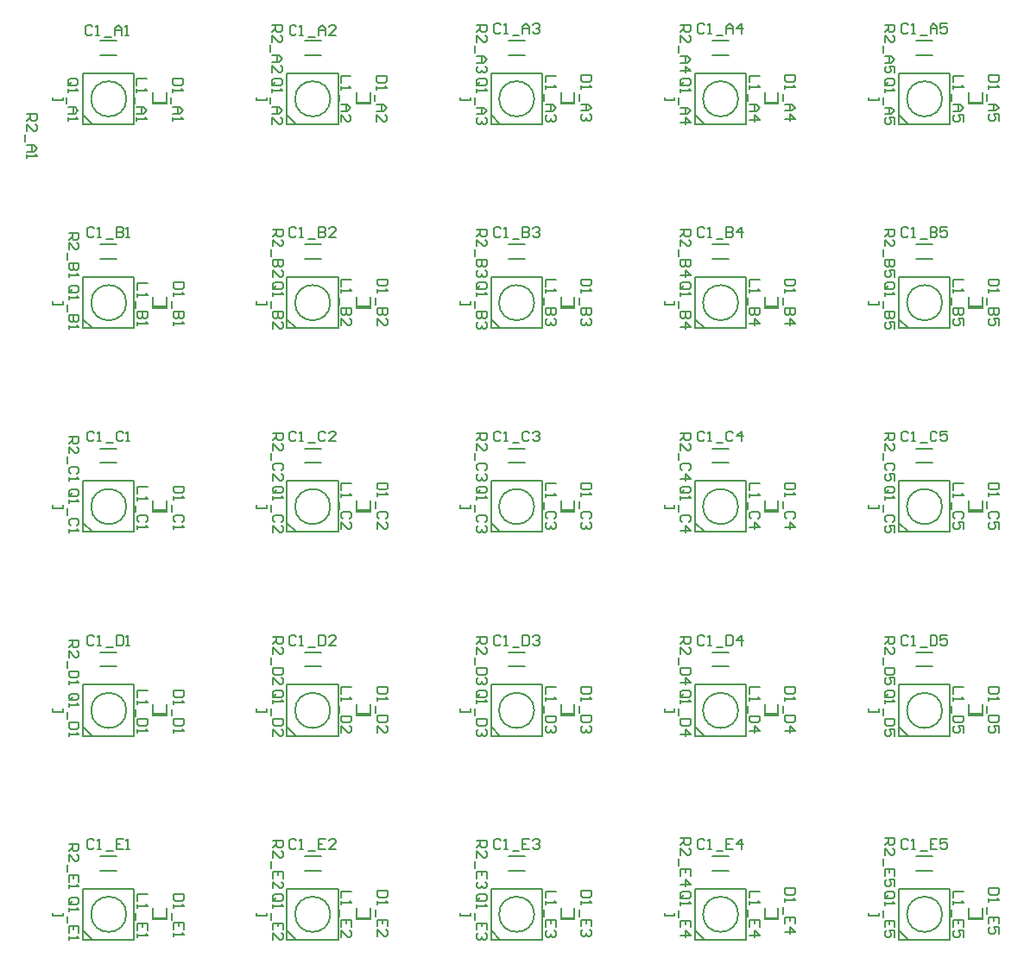
<source format=gto>
G04 Layer_Color=15132400*
%FSLAX25Y25*%
%MOIN*%
G70*
G01*
G75*
%ADD16C,0.00787*%
%ADD35C,0.00500*%
%ADD36R,0.05118X0.00803*%
D16*
X95866Y391732D02*
X100984D01*
Y396063D01*
X95866Y391732D02*
Y396063D01*
X57087Y393110D02*
Y394291D01*
X61024Y393110D02*
Y394291D01*
X57087Y393110D02*
X61024D01*
X372047Y78150D02*
Y79331D01*
X375984Y78150D02*
Y79331D01*
X372047Y78150D02*
X375984D01*
X293307D02*
Y79331D01*
X297244Y78150D02*
Y79331D01*
X293307Y78150D02*
X297244D01*
X214567D02*
Y79331D01*
X218504Y78150D02*
Y79331D01*
X214567Y78150D02*
X218504D01*
X135827D02*
Y79331D01*
X139764Y78150D02*
Y79331D01*
X135827Y78150D02*
X139764D01*
X57087D02*
Y79331D01*
X61024Y78150D02*
Y79331D01*
X57087Y78150D02*
X61024D01*
X372047Y156890D02*
Y158071D01*
X375984Y156890D02*
Y158071D01*
X372047Y156890D02*
X375984D01*
X293307D02*
Y158071D01*
X297244Y156890D02*
Y158071D01*
X293307Y156890D02*
X297244D01*
X214567D02*
Y158071D01*
X218504Y156890D02*
Y158071D01*
X214567Y156890D02*
X218504D01*
X135827D02*
Y158071D01*
X139764Y156890D02*
Y158071D01*
X135827Y156890D02*
X139764D01*
X57087D02*
Y158071D01*
X61024Y156890D02*
Y158071D01*
X57087Y156890D02*
X61024D01*
X372047Y235630D02*
Y236811D01*
X375984Y235630D02*
Y236811D01*
X372047Y235630D02*
X375984D01*
X293307D02*
Y236811D01*
X297244Y235630D02*
Y236811D01*
X293307Y235630D02*
X297244D01*
X214567D02*
Y236811D01*
X218504Y235630D02*
Y236811D01*
X214567Y235630D02*
X218504D01*
X135827D02*
Y236811D01*
X139764Y235630D02*
Y236811D01*
X135827Y235630D02*
X139764D01*
X57087D02*
Y236811D01*
X61024Y235630D02*
Y236811D01*
X57087Y235630D02*
X61024D01*
X372047Y314370D02*
Y315551D01*
X375984Y314370D02*
Y315551D01*
X372047Y314370D02*
X375984D01*
X293307D02*
Y315551D01*
X297244Y314370D02*
Y315551D01*
X293307Y314370D02*
X297244D01*
X214567D02*
Y315551D01*
X218504Y314370D02*
Y315551D01*
X214567Y314370D02*
X218504D01*
X135827D02*
Y315551D01*
X139764Y314370D02*
Y315551D01*
X135827Y314370D02*
X139764D01*
X57087D02*
Y315551D01*
X61024Y314370D02*
Y315551D01*
X57087Y314370D02*
X61024D01*
X372047Y393110D02*
Y394291D01*
X375984Y393110D02*
Y394291D01*
X372047Y393110D02*
X375984D01*
X293307D02*
Y394291D01*
X297244Y393110D02*
Y394291D01*
X293307Y393110D02*
X297244D01*
X214567D02*
Y394291D01*
X218504Y393110D02*
Y394291D01*
X214567Y393110D02*
X218504D01*
X135827D02*
Y394291D01*
X139764Y393110D02*
Y394291D01*
X135827Y393110D02*
X139764D01*
X410827Y76772D02*
X415945D01*
Y81102D01*
X410827Y76772D02*
Y81102D01*
X332087Y76772D02*
X337205D01*
Y81102D01*
X332087Y76772D02*
Y81102D01*
X253346Y76772D02*
X258465D01*
Y81102D01*
X253346Y76772D02*
Y81102D01*
X174606Y76772D02*
X179724D01*
Y81102D01*
X174606Y76772D02*
Y81102D01*
X95866Y76772D02*
X100984D01*
Y81102D01*
X95866Y76772D02*
Y81102D01*
X410827Y155512D02*
X415945D01*
Y159843D01*
X410827Y155512D02*
Y159843D01*
X332087Y155512D02*
X337205D01*
Y159843D01*
X332087Y155512D02*
Y159843D01*
X253346Y155512D02*
X258465D01*
Y159843D01*
X253346Y155512D02*
Y159843D01*
X174606Y155512D02*
X179724D01*
Y159843D01*
X174606Y155512D02*
Y159843D01*
X95866Y155512D02*
X100984D01*
Y159843D01*
X95866Y155512D02*
Y159843D01*
X410827Y234252D02*
X415945D01*
Y238583D01*
X410827Y234252D02*
Y238583D01*
X332087Y234252D02*
X337205D01*
Y238583D01*
X332087Y234252D02*
Y238583D01*
X253346Y234252D02*
X258465D01*
Y238583D01*
X253346Y234252D02*
Y238583D01*
X174606Y234252D02*
X179724D01*
Y238583D01*
X174606Y234252D02*
Y238583D01*
X95866Y234252D02*
X100984D01*
Y238583D01*
X95866Y234252D02*
Y238583D01*
X410827Y312992D02*
X415945D01*
Y317323D01*
X410827Y312992D02*
Y317323D01*
X332087Y312992D02*
X337205D01*
Y317323D01*
X332087Y312992D02*
Y317323D01*
X253346Y312992D02*
X258465D01*
Y317323D01*
X253346Y312992D02*
Y317323D01*
X174606Y312992D02*
X179724D01*
Y317323D01*
X174606Y312992D02*
Y317323D01*
X95866Y312992D02*
X100984D01*
Y317323D01*
X95866Y312992D02*
Y317323D01*
X410827Y391732D02*
X415945D01*
Y396063D01*
X410827Y391732D02*
Y396063D01*
X332087Y391732D02*
X337205D01*
Y396063D01*
X332087Y391732D02*
Y396063D01*
X253346Y391732D02*
X258465D01*
Y396063D01*
X253346Y391732D02*
Y396063D01*
X174606Y391732D02*
X179724D01*
Y396063D01*
X174606Y391732D02*
Y396063D01*
X93503Y401575D02*
X89567D01*
Y398951D01*
Y397639D02*
Y396327D01*
Y396983D01*
X93503D01*
X92847Y397639D01*
X88911Y394359D02*
Y391736D01*
X89567Y390423D02*
X92191D01*
X93503Y389112D01*
X92191Y387800D01*
X89567D01*
X91535D01*
Y390423D01*
X89567Y386488D02*
Y385176D01*
Y385832D01*
X93503D01*
X92847Y386488D01*
X72506Y421587D02*
X71850Y422243D01*
X70538D01*
X69882Y421587D01*
Y418963D01*
X70538Y418307D01*
X71850D01*
X72506Y418963D01*
X73818Y418307D02*
X75129D01*
X74474D01*
Y422243D01*
X73818Y421587D01*
X77097Y417651D02*
X79721D01*
X81033Y418307D02*
Y420931D01*
X82345Y422243D01*
X83657Y420931D01*
Y418307D01*
Y420275D01*
X81033D01*
X84969Y418307D02*
X86281D01*
X85625D01*
Y422243D01*
X84969Y421587D01*
X107282Y401575D02*
X103347D01*
Y399607D01*
X104002Y398951D01*
X106626D01*
X107282Y399607D01*
Y401575D01*
X103347Y397639D02*
Y396327D01*
Y396983D01*
X107282D01*
X106626Y397639D01*
X102690Y394359D02*
Y391736D01*
X103347Y390423D02*
X105970D01*
X107282Y389112D01*
X105970Y387800D01*
X103347D01*
X105314D01*
Y390423D01*
X103347Y386488D02*
Y385176D01*
Y385832D01*
X107282D01*
X106626Y386488D01*
X63648Y398951D02*
X66272D01*
X66928Y399607D01*
Y400919D01*
X66272Y401575D01*
X63648D01*
X62992Y400919D01*
Y399607D01*
X64304Y400263D02*
X62992Y398951D01*
Y399607D02*
X63648Y398951D01*
X62992Y397639D02*
Y396327D01*
Y396983D01*
X66928D01*
X66272Y397639D01*
X62336Y394359D02*
Y391736D01*
X62992Y390423D02*
X65616D01*
X66928Y389112D01*
X65616Y387800D01*
X62992D01*
X64960D01*
Y390423D01*
X62992Y386488D02*
Y385176D01*
Y385832D01*
X66928D01*
X66272Y386488D01*
X378306Y108068D02*
X382241D01*
Y106100D01*
X381585Y105444D01*
X380273D01*
X379617Y106100D01*
Y108068D01*
Y106756D02*
X378306Y105444D01*
Y101508D02*
Y104132D01*
X380929Y101508D01*
X381585D01*
X382241Y102164D01*
Y103476D01*
X381585Y104132D01*
X377649Y100196D02*
Y97572D01*
X382241Y93637D02*
Y96260D01*
X378306D01*
Y93637D01*
X380273Y96260D02*
Y94949D01*
X382241Y89701D02*
Y92325D01*
X380273D01*
X380929Y91013D01*
Y90357D01*
X380273Y89701D01*
X378961D01*
X378306Y90357D01*
Y91669D01*
X378961Y92325D01*
X299505Y108068D02*
X303441D01*
Y106100D01*
X302785Y105444D01*
X301473D01*
X300817Y106100D01*
Y108068D01*
Y106756D02*
X299505Y105444D01*
Y101508D02*
Y104132D01*
X302129Y101508D01*
X302785D01*
X303441Y102164D01*
Y103476D01*
X302785Y104132D01*
X298850Y100196D02*
Y97572D01*
X303441Y93637D02*
Y96260D01*
X299505D01*
Y93637D01*
X301473Y96260D02*
Y94949D01*
X299505Y90357D02*
X303441D01*
X301473Y92325D01*
Y89701D01*
X220806Y107083D02*
X224741D01*
Y105116D01*
X224085Y104460D01*
X222773D01*
X222117Y105116D01*
Y107083D01*
Y105772D02*
X220806Y104460D01*
Y100524D02*
Y103148D01*
X223429Y100524D01*
X224085D01*
X224741Y101180D01*
Y102492D01*
X224085Y103148D01*
X220149Y99212D02*
Y96588D01*
X224741Y92652D02*
Y95276D01*
X220806D01*
Y92652D01*
X222773Y95276D02*
Y93964D01*
X224085Y91341D02*
X224741Y90684D01*
Y89373D01*
X224085Y88717D01*
X223429D01*
X222773Y89373D01*
Y90029D01*
Y89373D01*
X222117Y88717D01*
X221462D01*
X220806Y89373D01*
Y90684D01*
X221462Y91341D01*
X142105Y107083D02*
X146041D01*
Y105116D01*
X145385Y104460D01*
X144073D01*
X143417Y105116D01*
Y107083D01*
Y105772D02*
X142105Y104460D01*
Y100524D02*
Y103148D01*
X144729Y100524D01*
X145385D01*
X146041Y101180D01*
Y102492D01*
X145385Y103148D01*
X141449Y99212D02*
Y96588D01*
X146041Y92652D02*
Y95276D01*
X142105D01*
Y92652D01*
X144073Y95276D02*
Y93964D01*
X142105Y88717D02*
Y91341D01*
X144729Y88717D01*
X145385D01*
X146041Y89373D01*
Y90684D01*
X145385Y91341D01*
X63305Y105783D02*
X67241D01*
Y103816D01*
X66585Y103160D01*
X65273D01*
X64617Y103816D01*
Y105783D01*
Y104472D02*
X63305Y103160D01*
Y99224D02*
Y101848D01*
X65929Y99224D01*
X66585D01*
X67241Y99880D01*
Y101192D01*
X66585Y101848D01*
X62650Y97912D02*
Y95288D01*
X67241Y91352D02*
Y93976D01*
X63305D01*
Y91352D01*
X65273Y93976D02*
Y92664D01*
X63305Y90040D02*
Y88729D01*
Y89385D01*
X67241D01*
X66585Y90040D01*
X378306Y185784D02*
X382241D01*
Y183816D01*
X381585Y183160D01*
X380273D01*
X379617Y183816D01*
Y185784D01*
Y184472D02*
X378306Y183160D01*
Y179224D02*
Y181848D01*
X380929Y179224D01*
X381585D01*
X382241Y179880D01*
Y181192D01*
X381585Y181848D01*
X377649Y177912D02*
Y175288D01*
X382241Y173976D02*
X378306D01*
Y172008D01*
X378961Y171352D01*
X381585D01*
X382241Y172008D01*
Y173976D01*
Y167417D02*
Y170041D01*
X380273D01*
X380929Y168729D01*
Y168073D01*
X380273Y167417D01*
X378961D01*
X378306Y168073D01*
Y169385D01*
X378961Y170041D01*
X299505Y185784D02*
X303441D01*
Y183816D01*
X302785Y183160D01*
X301473D01*
X300817Y183816D01*
Y185784D01*
Y184472D02*
X299505Y183160D01*
Y179224D02*
Y181848D01*
X302129Y179224D01*
X302785D01*
X303441Y179880D01*
Y181192D01*
X302785Y181848D01*
X298850Y177912D02*
Y175288D01*
X303441Y173976D02*
X299505D01*
Y172008D01*
X300162Y171352D01*
X302785D01*
X303441Y172008D01*
Y173976D01*
X299505Y168073D02*
X303441D01*
X301473Y170041D01*
Y167417D01*
X220806Y185784D02*
X224741D01*
Y183816D01*
X224085Y183160D01*
X222773D01*
X222117Y183816D01*
Y185784D01*
Y184472D02*
X220806Y183160D01*
Y179224D02*
Y181848D01*
X223429Y179224D01*
X224085D01*
X224741Y179880D01*
Y181192D01*
X224085Y181848D01*
X220149Y177912D02*
Y175288D01*
X224741Y173976D02*
X220806D01*
Y172008D01*
X221462Y171352D01*
X224085D01*
X224741Y172008D01*
Y173976D01*
X224085Y170041D02*
X224741Y169385D01*
Y168073D01*
X224085Y167417D01*
X223429D01*
X222773Y168073D01*
Y168729D01*
Y168073D01*
X222117Y167417D01*
X221462D01*
X220806Y168073D01*
Y169385D01*
X221462Y170041D01*
X142105Y185784D02*
X146041D01*
Y183816D01*
X145385Y183160D01*
X144073D01*
X143417Y183816D01*
Y185784D01*
Y184472D02*
X142105Y183160D01*
Y179224D02*
Y181848D01*
X144729Y179224D01*
X145385D01*
X146041Y179880D01*
Y181192D01*
X145385Y181848D01*
X141449Y177912D02*
Y175288D01*
X146041Y173976D02*
X142105D01*
Y172008D01*
X142762Y171352D01*
X145385D01*
X146041Y172008D01*
Y173976D01*
X142105Y167417D02*
Y170041D01*
X144729Y167417D01*
X145385D01*
X146041Y168073D01*
Y169385D01*
X145385Y170041D01*
X63305Y184484D02*
X67241D01*
Y182516D01*
X66585Y181860D01*
X65273D01*
X64617Y182516D01*
Y184484D01*
Y183172D02*
X63305Y181860D01*
Y177924D02*
Y180548D01*
X65929Y177924D01*
X66585D01*
X67241Y178580D01*
Y179892D01*
X66585Y180548D01*
X62650Y176612D02*
Y173988D01*
X67241Y172676D02*
X63305D01*
Y170708D01*
X63961Y170052D01*
X66585D01*
X67241Y170708D01*
Y172676D01*
X63305Y168740D02*
Y167429D01*
Y168085D01*
X67241D01*
X66585Y168740D01*
X378306Y264583D02*
X382241D01*
Y262616D01*
X381585Y261960D01*
X380273D01*
X379617Y262616D01*
Y264583D01*
Y263271D02*
X378306Y261960D01*
Y258024D02*
Y260648D01*
X380929Y258024D01*
X381585D01*
X382241Y258680D01*
Y259992D01*
X381585Y260648D01*
X377649Y256712D02*
Y254088D01*
X381585Y250152D02*
X382241Y250808D01*
Y252120D01*
X381585Y252776D01*
X378961D01*
X378306Y252120D01*
Y250808D01*
X378961Y250152D01*
X382241Y246217D02*
Y248840D01*
X380273D01*
X380929Y247529D01*
Y246873D01*
X380273Y246217D01*
X378961D01*
X378306Y246873D01*
Y248184D01*
X378961Y248840D01*
X299505Y264583D02*
X303441D01*
Y262616D01*
X302785Y261960D01*
X301473D01*
X300817Y262616D01*
Y264583D01*
Y263271D02*
X299505Y261960D01*
Y258024D02*
Y260648D01*
X302129Y258024D01*
X302785D01*
X303441Y258680D01*
Y259992D01*
X302785Y260648D01*
X298850Y256712D02*
Y254088D01*
X302785Y250152D02*
X303441Y250808D01*
Y252120D01*
X302785Y252776D01*
X300162D01*
X299505Y252120D01*
Y250808D01*
X300162Y250152D01*
X299505Y246873D02*
X303441D01*
X301473Y248840D01*
Y246217D01*
X220806Y264583D02*
X224741D01*
Y262616D01*
X224085Y261960D01*
X222773D01*
X222117Y262616D01*
Y264583D01*
Y263271D02*
X220806Y261960D01*
Y258024D02*
Y260648D01*
X223429Y258024D01*
X224085D01*
X224741Y258680D01*
Y259992D01*
X224085Y260648D01*
X220149Y256712D02*
Y254088D01*
X224085Y250152D02*
X224741Y250808D01*
Y252120D01*
X224085Y252776D01*
X221462D01*
X220806Y252120D01*
Y250808D01*
X221462Y250152D01*
X224085Y248840D02*
X224741Y248184D01*
Y246873D01*
X224085Y246217D01*
X223429D01*
X222773Y246873D01*
Y247529D01*
Y246873D01*
X222117Y246217D01*
X221462D01*
X220806Y246873D01*
Y248184D01*
X221462Y248840D01*
X142105Y264583D02*
X146041D01*
Y262616D01*
X145385Y261960D01*
X144073D01*
X143417Y262616D01*
Y264583D01*
Y263271D02*
X142105Y261960D01*
Y258024D02*
Y260648D01*
X144729Y258024D01*
X145385D01*
X146041Y258680D01*
Y259992D01*
X145385Y260648D01*
X141449Y256712D02*
Y254088D01*
X145385Y250152D02*
X146041Y250808D01*
Y252120D01*
X145385Y252776D01*
X142762D01*
X142105Y252120D01*
Y250808D01*
X142762Y250152D01*
X142105Y246217D02*
Y248840D01*
X144729Y246217D01*
X145385D01*
X146041Y246873D01*
Y248184D01*
X145385Y248840D01*
X63305Y263283D02*
X67241D01*
Y261316D01*
X66585Y260660D01*
X65273D01*
X64617Y261316D01*
Y263283D01*
Y261971D02*
X63305Y260660D01*
Y256724D02*
Y259348D01*
X65929Y256724D01*
X66585D01*
X67241Y257380D01*
Y258692D01*
X66585Y259348D01*
X62650Y255412D02*
Y252788D01*
X66585Y248852D02*
X67241Y249508D01*
Y250820D01*
X66585Y251476D01*
X63961D01*
X63305Y250820D01*
Y249508D01*
X63961Y248852D01*
X63305Y247540D02*
Y246229D01*
Y246884D01*
X67241D01*
X66585Y247540D01*
X378306Y343284D02*
X382241D01*
Y341316D01*
X381585Y340660D01*
X380273D01*
X379617Y341316D01*
Y343284D01*
Y341971D02*
X378306Y340660D01*
Y336724D02*
Y339348D01*
X380929Y336724D01*
X381585D01*
X382241Y337380D01*
Y338692D01*
X381585Y339348D01*
X377649Y335412D02*
Y332788D01*
X382241Y331476D02*
X378306D01*
Y329508D01*
X378961Y328852D01*
X379617D01*
X380273Y329508D01*
Y331476D01*
Y329508D01*
X380929Y328852D01*
X381585D01*
X382241Y329508D01*
Y331476D01*
Y324917D02*
Y327540D01*
X380273D01*
X380929Y326229D01*
Y325573D01*
X380273Y324917D01*
X378961D01*
X378306Y325573D01*
Y326885D01*
X378961Y327540D01*
X299505Y343284D02*
X303441D01*
Y341316D01*
X302785Y340660D01*
X301473D01*
X300817Y341316D01*
Y343284D01*
Y341971D02*
X299505Y340660D01*
Y336724D02*
Y339348D01*
X302129Y336724D01*
X302785D01*
X303441Y337380D01*
Y338692D01*
X302785Y339348D01*
X298850Y335412D02*
Y332788D01*
X303441Y331476D02*
X299505D01*
Y329508D01*
X300162Y328852D01*
X300817D01*
X301473Y329508D01*
Y331476D01*
Y329508D01*
X302129Y328852D01*
X302785D01*
X303441Y329508D01*
Y331476D01*
X299505Y325573D02*
X303441D01*
X301473Y327540D01*
Y324917D01*
X220806Y343284D02*
X224741D01*
Y341316D01*
X224085Y340660D01*
X222773D01*
X222117Y341316D01*
Y343284D01*
Y341971D02*
X220806Y340660D01*
Y336724D02*
Y339348D01*
X223429Y336724D01*
X224085D01*
X224741Y337380D01*
Y338692D01*
X224085Y339348D01*
X220149Y335412D02*
Y332788D01*
X224741Y331476D02*
X220806D01*
Y329508D01*
X221462Y328852D01*
X222117D01*
X222773Y329508D01*
Y331476D01*
Y329508D01*
X223429Y328852D01*
X224085D01*
X224741Y329508D01*
Y331476D01*
X224085Y327540D02*
X224741Y326885D01*
Y325573D01*
X224085Y324917D01*
X223429D01*
X222773Y325573D01*
Y326229D01*
Y325573D01*
X222117Y324917D01*
X221462D01*
X220806Y325573D01*
Y326885D01*
X221462Y327540D01*
X142105Y343284D02*
X146041D01*
Y341316D01*
X145385Y340660D01*
X144073D01*
X143417Y341316D01*
Y343284D01*
Y341971D02*
X142105Y340660D01*
Y336724D02*
Y339348D01*
X144729Y336724D01*
X145385D01*
X146041Y337380D01*
Y338692D01*
X145385Y339348D01*
X141449Y335412D02*
Y332788D01*
X146041Y331476D02*
X142105D01*
Y329508D01*
X142762Y328852D01*
X143417D01*
X144073Y329508D01*
Y331476D01*
Y329508D01*
X144729Y328852D01*
X145385D01*
X146041Y329508D01*
Y331476D01*
X142105Y324917D02*
Y327540D01*
X144729Y324917D01*
X145385D01*
X146041Y325573D01*
Y326885D01*
X145385Y327540D01*
X63305Y341984D02*
X67241D01*
Y340016D01*
X66585Y339360D01*
X65273D01*
X64617Y340016D01*
Y341984D01*
Y340671D02*
X63305Y339360D01*
Y335424D02*
Y338048D01*
X65929Y335424D01*
X66585D01*
X67241Y336080D01*
Y337392D01*
X66585Y338048D01*
X62650Y334112D02*
Y331488D01*
X67241Y330176D02*
X63305D01*
Y328208D01*
X63961Y327552D01*
X64617D01*
X65273Y328208D01*
Y330176D01*
Y328208D01*
X65929Y327552D01*
X66585D01*
X67241Y328208D01*
Y330176D01*
X63305Y326240D02*
Y324929D01*
Y325585D01*
X67241D01*
X66585Y326240D01*
X378306Y422084D02*
X382241D01*
Y420116D01*
X381585Y419460D01*
X380273D01*
X379617Y420116D01*
Y422084D01*
Y420772D02*
X378306Y419460D01*
Y415524D02*
Y418148D01*
X380929Y415524D01*
X381585D01*
X382241Y416180D01*
Y417492D01*
X381585Y418148D01*
X377649Y414212D02*
Y411588D01*
X378306Y410276D02*
X380929D01*
X382241Y408964D01*
X380929Y407652D01*
X378306D01*
X380273D01*
Y410276D01*
X382241Y403717D02*
Y406341D01*
X380273D01*
X380929Y405029D01*
Y404373D01*
X380273Y403717D01*
X378961D01*
X378306Y404373D01*
Y405685D01*
X378961Y406341D01*
X299505Y422084D02*
X303441D01*
Y420116D01*
X302785Y419460D01*
X301473D01*
X300817Y420116D01*
Y422084D01*
Y420772D02*
X299505Y419460D01*
Y415524D02*
Y418148D01*
X302129Y415524D01*
X302785D01*
X303441Y416180D01*
Y417492D01*
X302785Y418148D01*
X298850Y414212D02*
Y411588D01*
X299505Y410276D02*
X302129D01*
X303441Y408964D01*
X302129Y407652D01*
X299505D01*
X301473D01*
Y410276D01*
X299505Y404373D02*
X303441D01*
X301473Y406341D01*
Y403717D01*
X220806Y422084D02*
X224741D01*
Y420116D01*
X224085Y419460D01*
X222773D01*
X222117Y420116D01*
Y422084D01*
Y420772D02*
X220806Y419460D01*
Y415524D02*
Y418148D01*
X223429Y415524D01*
X224085D01*
X224741Y416180D01*
Y417492D01*
X224085Y418148D01*
X220149Y414212D02*
Y411588D01*
X220806Y410276D02*
X223429D01*
X224741Y408964D01*
X223429Y407652D01*
X220806D01*
X222773D01*
Y410276D01*
X224085Y406341D02*
X224741Y405685D01*
Y404373D01*
X224085Y403717D01*
X223429D01*
X222773Y404373D01*
Y405029D01*
Y404373D01*
X222117Y403717D01*
X221462D01*
X220806Y404373D01*
Y405685D01*
X221462Y406341D01*
X141732Y422244D02*
X145668D01*
Y420276D01*
X145012Y419620D01*
X143700D01*
X143044Y420276D01*
Y422244D01*
Y420932D02*
X141732Y419620D01*
Y415685D02*
Y418308D01*
X144356Y415685D01*
X145012D01*
X145668Y416340D01*
Y417652D01*
X145012Y418308D01*
X141076Y414373D02*
Y411749D01*
X141732Y410437D02*
X144356D01*
X145668Y409125D01*
X144356Y407813D01*
X141732D01*
X143700D01*
Y410437D01*
X141732Y403877D02*
Y406501D01*
X144356Y403877D01*
X145012D01*
X145668Y404533D01*
Y405845D01*
X145012Y406501D01*
X47244Y387795D02*
X51180D01*
Y385827D01*
X50524Y385172D01*
X49212D01*
X48556Y385827D01*
Y387795D01*
Y386483D02*
X47244Y385172D01*
Y381236D02*
Y383859D01*
X49868Y381236D01*
X50524D01*
X51180Y381892D01*
Y383204D01*
X50524Y383859D01*
X46588Y379924D02*
Y377300D01*
X47244Y375988D02*
X49868D01*
X51180Y374676D01*
X49868Y373364D01*
X47244D01*
X49212D01*
Y375988D01*
X47244Y372052D02*
Y370740D01*
Y371396D01*
X51180D01*
X50524Y372052D01*
X378961Y84875D02*
X381585D01*
X382241Y85531D01*
Y86843D01*
X381585Y87499D01*
X378961D01*
X378306Y86843D01*
Y85531D01*
X379617Y86187D02*
X378306Y84875D01*
Y85531D02*
X378961Y84875D01*
X378306Y83564D02*
Y82252D01*
Y82907D01*
X382241D01*
X381585Y83564D01*
X377649Y80284D02*
Y77660D01*
X382241Y73724D02*
Y76348D01*
X378306D01*
Y73724D01*
X380273Y76348D02*
Y75036D01*
X382241Y69788D02*
Y72412D01*
X380273D01*
X380929Y71100D01*
Y70444D01*
X380273Y69788D01*
X378961D01*
X378306Y70444D01*
Y71756D01*
X378961Y72412D01*
X300162Y84875D02*
X302785D01*
X303441Y85531D01*
Y86843D01*
X302785Y87499D01*
X300162D01*
X299505Y86843D01*
Y85531D01*
X300817Y86187D02*
X299505Y84875D01*
Y85531D02*
X300162Y84875D01*
X299505Y83564D02*
Y82252D01*
Y82907D01*
X303441D01*
X302785Y83564D01*
X298850Y80284D02*
Y77660D01*
X303441Y73724D02*
Y76348D01*
X299505D01*
Y73724D01*
X301473Y76348D02*
Y75036D01*
X299505Y70444D02*
X303441D01*
X301473Y72412D01*
Y69788D01*
X221462Y83891D02*
X224085D01*
X224741Y84547D01*
Y85859D01*
X224085Y86515D01*
X221462D01*
X220806Y85859D01*
Y84547D01*
X222117Y85203D02*
X220806Y83891D01*
Y84547D02*
X221462Y83891D01*
X220806Y82579D02*
Y81267D01*
Y81923D01*
X224741D01*
X224085Y82579D01*
X220149Y79299D02*
Y76676D01*
X224741Y72740D02*
Y75364D01*
X220806D01*
Y72740D01*
X222773Y75364D02*
Y74052D01*
X224085Y71428D02*
X224741Y70772D01*
Y69460D01*
X224085Y68804D01*
X223429D01*
X222773Y69460D01*
Y70116D01*
Y69460D01*
X222117Y68804D01*
X221462D01*
X220806Y69460D01*
Y70772D01*
X221462Y71428D01*
X142762Y83891D02*
X145385D01*
X146041Y84547D01*
Y85859D01*
X145385Y86515D01*
X142762D01*
X142105Y85859D01*
Y84547D01*
X143417Y85203D02*
X142105Y83891D01*
Y84547D02*
X142762Y83891D01*
X142105Y82579D02*
Y81267D01*
Y81923D01*
X146041D01*
X145385Y82579D01*
X141449Y79299D02*
Y76676D01*
X146041Y72740D02*
Y75364D01*
X142105D01*
Y72740D01*
X144073Y75364D02*
Y74052D01*
X142105Y68804D02*
Y71428D01*
X144729Y68804D01*
X145385D01*
X146041Y69460D01*
Y70772D01*
X145385Y71428D01*
X63961Y82591D02*
X66585D01*
X67241Y83247D01*
Y84559D01*
X66585Y85215D01*
X63961D01*
X63305Y84559D01*
Y83247D01*
X64617Y83903D02*
X63305Y82591D01*
Y83247D02*
X63961Y82591D01*
X63305Y81279D02*
Y79967D01*
Y80623D01*
X67241D01*
X66585Y81279D01*
X62650Y77999D02*
Y75376D01*
X67241Y71440D02*
Y74064D01*
X63305D01*
Y71440D01*
X65273Y74064D02*
Y72752D01*
X63305Y70128D02*
Y68816D01*
Y69472D01*
X67241D01*
X66585Y70128D01*
X378961Y162691D02*
X381585D01*
X382241Y163347D01*
Y164659D01*
X381585Y165315D01*
X378961D01*
X378306Y164659D01*
Y163347D01*
X379617Y164003D02*
X378306Y162691D01*
Y163347D02*
X378961Y162691D01*
X378306Y161379D02*
Y160067D01*
Y160723D01*
X382241D01*
X381585Y161379D01*
X377649Y158099D02*
Y155476D01*
X382241Y154164D02*
X378306D01*
Y152196D01*
X378961Y151540D01*
X381585D01*
X382241Y152196D01*
Y154164D01*
Y147604D02*
Y150228D01*
X380273D01*
X380929Y148916D01*
Y148260D01*
X380273Y147604D01*
X378961D01*
X378306Y148260D01*
Y149572D01*
X378961Y150228D01*
X300162Y162691D02*
X302785D01*
X303441Y163347D01*
Y164659D01*
X302785Y165315D01*
X300162D01*
X299505Y164659D01*
Y163347D01*
X300817Y164003D02*
X299505Y162691D01*
Y163347D02*
X300162Y162691D01*
X299505Y161379D02*
Y160067D01*
Y160723D01*
X303441D01*
X302785Y161379D01*
X298850Y158099D02*
Y155476D01*
X303441Y154164D02*
X299505D01*
Y152196D01*
X300162Y151540D01*
X302785D01*
X303441Y152196D01*
Y154164D01*
X299505Y148260D02*
X303441D01*
X301473Y150228D01*
Y147604D01*
X221462Y162691D02*
X224085D01*
X224741Y163347D01*
Y164659D01*
X224085Y165315D01*
X221462D01*
X220806Y164659D01*
Y163347D01*
X222117Y164003D02*
X220806Y162691D01*
Y163347D02*
X221462Y162691D01*
X220806Y161379D02*
Y160067D01*
Y160723D01*
X224741D01*
X224085Y161379D01*
X220149Y158099D02*
Y155476D01*
X224741Y154164D02*
X220806D01*
Y152196D01*
X221462Y151540D01*
X224085D01*
X224741Y152196D01*
Y154164D01*
X224085Y150228D02*
X224741Y149572D01*
Y148260D01*
X224085Y147604D01*
X223429D01*
X222773Y148260D01*
Y148916D01*
Y148260D01*
X222117Y147604D01*
X221462D01*
X220806Y148260D01*
Y149572D01*
X221462Y150228D01*
X142762Y162691D02*
X145385D01*
X146041Y163347D01*
Y164659D01*
X145385Y165315D01*
X142762D01*
X142105Y164659D01*
Y163347D01*
X143417Y164003D02*
X142105Y162691D01*
Y163347D02*
X142762Y162691D01*
X142105Y161379D02*
Y160067D01*
Y160723D01*
X146041D01*
X145385Y161379D01*
X141449Y158099D02*
Y155476D01*
X146041Y154164D02*
X142105D01*
Y152196D01*
X142762Y151540D01*
X145385D01*
X146041Y152196D01*
Y154164D01*
X142105Y147604D02*
Y150228D01*
X144729Y147604D01*
X145385D01*
X146041Y148260D01*
Y149572D01*
X145385Y150228D01*
X63961Y161391D02*
X66585D01*
X67241Y162047D01*
Y163359D01*
X66585Y164015D01*
X63961D01*
X63305Y163359D01*
Y162047D01*
X64617Y162703D02*
X63305Y161391D01*
Y162047D02*
X63961Y161391D01*
X63305Y160079D02*
Y158767D01*
Y159423D01*
X67241D01*
X66585Y160079D01*
X62650Y156799D02*
Y154176D01*
X67241Y152864D02*
X63305D01*
Y150896D01*
X63961Y150240D01*
X66585D01*
X67241Y150896D01*
Y152864D01*
X63305Y148928D02*
Y147616D01*
Y148272D01*
X67241D01*
X66585Y148928D01*
X378961Y241391D02*
X381585D01*
X382241Y242047D01*
Y243359D01*
X381585Y244015D01*
X378961D01*
X378306Y243359D01*
Y242047D01*
X379617Y242703D02*
X378306Y241391D01*
Y242047D02*
X378961Y241391D01*
X378306Y240079D02*
Y238767D01*
Y239423D01*
X382241D01*
X381585Y240079D01*
X377649Y236799D02*
Y234176D01*
X381585Y230240D02*
X382241Y230896D01*
Y232208D01*
X381585Y232864D01*
X378961D01*
X378306Y232208D01*
Y230896D01*
X378961Y230240D01*
X382241Y226304D02*
Y228928D01*
X380273D01*
X380929Y227616D01*
Y226960D01*
X380273Y226304D01*
X378961D01*
X378306Y226960D01*
Y228272D01*
X378961Y228928D01*
X300162Y241391D02*
X302785D01*
X303441Y242047D01*
Y243359D01*
X302785Y244015D01*
X300162D01*
X299505Y243359D01*
Y242047D01*
X300817Y242703D02*
X299505Y241391D01*
Y242047D02*
X300162Y241391D01*
X299505Y240079D02*
Y238767D01*
Y239423D01*
X303441D01*
X302785Y240079D01*
X298850Y236799D02*
Y234176D01*
X302785Y230240D02*
X303441Y230896D01*
Y232208D01*
X302785Y232864D01*
X300162D01*
X299505Y232208D01*
Y230896D01*
X300162Y230240D01*
X299505Y226960D02*
X303441D01*
X301473Y228928D01*
Y226304D01*
X221462Y241391D02*
X224085D01*
X224741Y242047D01*
Y243359D01*
X224085Y244015D01*
X221462D01*
X220806Y243359D01*
Y242047D01*
X222117Y242703D02*
X220806Y241391D01*
Y242047D02*
X221462Y241391D01*
X220806Y240079D02*
Y238767D01*
Y239423D01*
X224741D01*
X224085Y240079D01*
X220149Y236799D02*
Y234176D01*
X224085Y230240D02*
X224741Y230896D01*
Y232208D01*
X224085Y232864D01*
X221462D01*
X220806Y232208D01*
Y230896D01*
X221462Y230240D01*
X224085Y228928D02*
X224741Y228272D01*
Y226960D01*
X224085Y226304D01*
X223429D01*
X222773Y226960D01*
Y227616D01*
Y226960D01*
X222117Y226304D01*
X221462D01*
X220806Y226960D01*
Y228272D01*
X221462Y228928D01*
X142762Y241391D02*
X145385D01*
X146041Y242047D01*
Y243359D01*
X145385Y244015D01*
X142762D01*
X142105Y243359D01*
Y242047D01*
X143417Y242703D02*
X142105Y241391D01*
Y242047D02*
X142762Y241391D01*
X142105Y240079D02*
Y238767D01*
Y239423D01*
X146041D01*
X145385Y240079D01*
X141449Y236799D02*
Y234176D01*
X145385Y230240D02*
X146041Y230896D01*
Y232208D01*
X145385Y232864D01*
X142762D01*
X142105Y232208D01*
Y230896D01*
X142762Y230240D01*
X142105Y226304D02*
Y228928D01*
X144729Y226304D01*
X145385D01*
X146041Y226960D01*
Y228272D01*
X145385Y228928D01*
X63961Y240091D02*
X66585D01*
X67241Y240747D01*
Y242059D01*
X66585Y242715D01*
X63961D01*
X63305Y242059D01*
Y240747D01*
X64617Y241403D02*
X63305Y240091D01*
Y240747D02*
X63961Y240091D01*
X63305Y238779D02*
Y237467D01*
Y238123D01*
X67241D01*
X66585Y238779D01*
X62650Y235499D02*
Y232876D01*
X66585Y228940D02*
X67241Y229596D01*
Y230908D01*
X66585Y231564D01*
X63961D01*
X63305Y230908D01*
Y229596D01*
X63961Y228940D01*
X63305Y227628D02*
Y226316D01*
Y226972D01*
X67241D01*
X66585Y227628D01*
X378961Y320091D02*
X381585D01*
X382241Y320747D01*
Y322059D01*
X381585Y322715D01*
X378961D01*
X378306Y322059D01*
Y320747D01*
X379617Y321403D02*
X378306Y320091D01*
Y320747D02*
X378961Y320091D01*
X378306Y318779D02*
Y317467D01*
Y318123D01*
X382241D01*
X381585Y318779D01*
X377649Y315499D02*
Y312876D01*
X382241Y311564D02*
X378306D01*
Y309596D01*
X378961Y308940D01*
X379617D01*
X380273Y309596D01*
Y311564D01*
Y309596D01*
X380929Y308940D01*
X381585D01*
X382241Y309596D01*
Y311564D01*
Y305004D02*
Y307628D01*
X380273D01*
X380929Y306316D01*
Y305660D01*
X380273Y305004D01*
X378961D01*
X378306Y305660D01*
Y306972D01*
X378961Y307628D01*
X300162Y320091D02*
X302785D01*
X303441Y320747D01*
Y322059D01*
X302785Y322715D01*
X300162D01*
X299505Y322059D01*
Y320747D01*
X300817Y321403D02*
X299505Y320091D01*
Y320747D02*
X300162Y320091D01*
X299505Y318779D02*
Y317467D01*
Y318123D01*
X303441D01*
X302785Y318779D01*
X298850Y315499D02*
Y312876D01*
X303441Y311564D02*
X299505D01*
Y309596D01*
X300162Y308940D01*
X300817D01*
X301473Y309596D01*
Y311564D01*
Y309596D01*
X302129Y308940D01*
X302785D01*
X303441Y309596D01*
Y311564D01*
X299505Y305660D02*
X303441D01*
X301473Y307628D01*
Y305004D01*
X221462Y320091D02*
X224085D01*
X224741Y320747D01*
Y322059D01*
X224085Y322715D01*
X221462D01*
X220806Y322059D01*
Y320747D01*
X222117Y321403D02*
X220806Y320091D01*
Y320747D02*
X221462Y320091D01*
X220806Y318779D02*
Y317467D01*
Y318123D01*
X224741D01*
X224085Y318779D01*
X220149Y315499D02*
Y312876D01*
X224741Y311564D02*
X220806D01*
Y309596D01*
X221462Y308940D01*
X222117D01*
X222773Y309596D01*
Y311564D01*
Y309596D01*
X223429Y308940D01*
X224085D01*
X224741Y309596D01*
Y311564D01*
X224085Y307628D02*
X224741Y306972D01*
Y305660D01*
X224085Y305004D01*
X223429D01*
X222773Y305660D01*
Y306316D01*
Y305660D01*
X222117Y305004D01*
X221462D01*
X220806Y305660D01*
Y306972D01*
X221462Y307628D01*
X142762Y320091D02*
X145385D01*
X146041Y320747D01*
Y322059D01*
X145385Y322715D01*
X142762D01*
X142105Y322059D01*
Y320747D01*
X143417Y321403D02*
X142105Y320091D01*
Y320747D02*
X142762Y320091D01*
X142105Y318779D02*
Y317467D01*
Y318123D01*
X146041D01*
X145385Y318779D01*
X141449Y315499D02*
Y312876D01*
X146041Y311564D02*
X142105D01*
Y309596D01*
X142762Y308940D01*
X143417D01*
X144073Y309596D01*
Y311564D01*
Y309596D01*
X144729Y308940D01*
X145385D01*
X146041Y309596D01*
Y311564D01*
X142105Y305004D02*
Y307628D01*
X144729Y305004D01*
X145385D01*
X146041Y305660D01*
Y306972D01*
X145385Y307628D01*
X63961Y318791D02*
X66585D01*
X67241Y319447D01*
Y320759D01*
X66585Y321415D01*
X63961D01*
X63305Y320759D01*
Y319447D01*
X64617Y320103D02*
X63305Y318791D01*
Y319447D02*
X63961Y318791D01*
X63305Y317479D02*
Y316167D01*
Y316823D01*
X67241D01*
X66585Y317479D01*
X62650Y314199D02*
Y311576D01*
X67241Y310264D02*
X63305D01*
Y308296D01*
X63961Y307640D01*
X64617D01*
X65273Y308296D01*
Y310264D01*
Y308296D01*
X65929Y307640D01*
X66585D01*
X67241Y308296D01*
Y310264D01*
X63305Y306328D02*
Y305016D01*
Y305672D01*
X67241D01*
X66585Y306328D01*
X378961Y398891D02*
X381585D01*
X382241Y399547D01*
Y400859D01*
X381585Y401515D01*
X378961D01*
X378306Y400859D01*
Y399547D01*
X379617Y400203D02*
X378306Y398891D01*
Y399547D02*
X378961Y398891D01*
X378306Y397579D02*
Y396267D01*
Y396923D01*
X382241D01*
X381585Y397579D01*
X377649Y394299D02*
Y391676D01*
X378306Y390364D02*
X380929D01*
X382241Y389052D01*
X380929Y387740D01*
X378306D01*
X380273D01*
Y390364D01*
X382241Y383804D02*
Y386428D01*
X380273D01*
X380929Y385116D01*
Y384460D01*
X380273Y383804D01*
X378961D01*
X378306Y384460D01*
Y385772D01*
X378961Y386428D01*
X300162Y398891D02*
X302785D01*
X303441Y399547D01*
Y400859D01*
X302785Y401515D01*
X300162D01*
X299505Y400859D01*
Y399547D01*
X300817Y400203D02*
X299505Y398891D01*
Y399547D02*
X300162Y398891D01*
X299505Y397579D02*
Y396267D01*
Y396923D01*
X303441D01*
X302785Y397579D01*
X298850Y394299D02*
Y391676D01*
X299505Y390364D02*
X302129D01*
X303441Y389052D01*
X302129Y387740D01*
X299505D01*
X301473D01*
Y390364D01*
X299505Y384460D02*
X303441D01*
X301473Y386428D01*
Y383804D01*
X221462Y398891D02*
X224085D01*
X224741Y399547D01*
Y400859D01*
X224085Y401515D01*
X221462D01*
X220806Y400859D01*
Y399547D01*
X222117Y400203D02*
X220806Y398891D01*
Y399547D02*
X221462Y398891D01*
X220806Y397579D02*
Y396267D01*
Y396923D01*
X224741D01*
X224085Y397579D01*
X220149Y394299D02*
Y391676D01*
X220806Y390364D02*
X223429D01*
X224741Y389052D01*
X223429Y387740D01*
X220806D01*
X222773D01*
Y390364D01*
X224085Y386428D02*
X224741Y385772D01*
Y384460D01*
X224085Y383804D01*
X223429D01*
X222773Y384460D01*
Y385116D01*
Y384460D01*
X222117Y383804D01*
X221462D01*
X220806Y384460D01*
Y385772D01*
X221462Y386428D01*
X142388Y398951D02*
X145012D01*
X145668Y399607D01*
Y400919D01*
X145012Y401575D01*
X142388D01*
X141732Y400919D01*
Y399607D01*
X143044Y400263D02*
X141732Y398951D01*
Y399607D02*
X142388Y398951D01*
X141732Y397639D02*
Y396327D01*
Y396983D01*
X145668D01*
X145012Y397639D01*
X141076Y394359D02*
Y391736D01*
X141732Y390423D02*
X144356D01*
X145668Y389112D01*
X144356Y387800D01*
X141732D01*
X143700D01*
Y390423D01*
X141732Y383864D02*
Y386488D01*
X144356Y383864D01*
X145012D01*
X145668Y384520D01*
Y385832D01*
X145012Y386488D01*
X408731Y87694D02*
X404795D01*
Y85070D01*
Y83758D02*
Y82446D01*
Y83102D01*
X408731D01*
X408075Y83758D01*
X404139Y80478D02*
Y77854D01*
X408731Y73919D02*
Y76542D01*
X404795D01*
Y73919D01*
X406763Y76542D02*
Y75230D01*
X408731Y69983D02*
Y72607D01*
X406763D01*
X407419Y71295D01*
Y70639D01*
X406763Y69983D01*
X405451D01*
X404795Y70639D01*
Y71951D01*
X405451Y72607D01*
X330031Y87694D02*
X326095D01*
Y85070D01*
Y83758D02*
Y82446D01*
Y83102D01*
X330031D01*
X329375Y83758D01*
X325439Y80478D02*
Y77854D01*
X330031Y73919D02*
Y76542D01*
X326095D01*
Y73919D01*
X328063Y76542D02*
Y75230D01*
X326095Y70639D02*
X330031D01*
X328063Y72607D01*
Y69983D01*
X251331Y87694D02*
X247395D01*
Y85070D01*
Y83758D02*
Y82446D01*
Y83102D01*
X251331D01*
X250675Y83758D01*
X246739Y80478D02*
Y77854D01*
X251331Y73919D02*
Y76542D01*
X247395D01*
Y73919D01*
X249363Y76542D02*
Y75230D01*
X250675Y72607D02*
X251331Y71951D01*
Y70639D01*
X250675Y69983D01*
X250019D01*
X249363Y70639D01*
Y71295D01*
Y70639D01*
X248707Y69983D01*
X248051D01*
X247395Y70639D01*
Y71951D01*
X248051Y72607D01*
X172531Y87694D02*
X168595D01*
Y85070D01*
Y83758D02*
Y82446D01*
Y83102D01*
X172531D01*
X171875Y83758D01*
X167939Y80478D02*
Y77854D01*
X172531Y73919D02*
Y76542D01*
X168595D01*
Y73919D01*
X170563Y76542D02*
Y75230D01*
X168595Y69983D02*
Y72607D01*
X171219Y69983D01*
X171875D01*
X172531Y70639D01*
Y71951D01*
X171875Y72607D01*
X93831Y86394D02*
X89895D01*
Y83770D01*
Y82458D02*
Y81146D01*
Y81802D01*
X93831D01*
X93175Y82458D01*
X89239Y79178D02*
Y76554D01*
X93831Y72619D02*
Y75242D01*
X89895D01*
Y72619D01*
X91863Y75242D02*
Y73931D01*
X89895Y71307D02*
Y69995D01*
Y70651D01*
X93831D01*
X93175Y71307D01*
X408731Y166494D02*
X404795D01*
Y163870D01*
Y162558D02*
Y161246D01*
Y161902D01*
X408731D01*
X408075Y162558D01*
X404139Y159278D02*
Y156654D01*
X408731Y155342D02*
X404795D01*
Y153375D01*
X405451Y152719D01*
X408075D01*
X408731Y153375D01*
Y155342D01*
Y148783D02*
Y151407D01*
X406763D01*
X407419Y150095D01*
Y149439D01*
X406763Y148783D01*
X405451D01*
X404795Y149439D01*
Y150751D01*
X405451Y151407D01*
X330031Y166494D02*
X326095D01*
Y163870D01*
Y162558D02*
Y161246D01*
Y161902D01*
X330031D01*
X329375Y162558D01*
X325439Y159278D02*
Y156654D01*
X330031Y155342D02*
X326095D01*
Y153375D01*
X326751Y152719D01*
X329375D01*
X330031Y153375D01*
Y155342D01*
X326095Y149439D02*
X330031D01*
X328063Y151407D01*
Y148783D01*
X251331Y166494D02*
X247395D01*
Y163870D01*
Y162558D02*
Y161246D01*
Y161902D01*
X251331D01*
X250675Y162558D01*
X246739Y159278D02*
Y156654D01*
X251331Y155342D02*
X247395D01*
Y153375D01*
X248051Y152719D01*
X250675D01*
X251331Y153375D01*
Y155342D01*
X250675Y151407D02*
X251331Y150751D01*
Y149439D01*
X250675Y148783D01*
X250019D01*
X249363Y149439D01*
Y150095D01*
Y149439D01*
X248707Y148783D01*
X248051D01*
X247395Y149439D01*
Y150751D01*
X248051Y151407D01*
X172531Y166494D02*
X168595D01*
Y163870D01*
Y162558D02*
Y161246D01*
Y161902D01*
X172531D01*
X171875Y162558D01*
X167939Y159278D02*
Y156654D01*
X172531Y155342D02*
X168595D01*
Y153375D01*
X169251Y152719D01*
X171875D01*
X172531Y153375D01*
Y155342D01*
X168595Y148783D02*
Y151407D01*
X171219Y148783D01*
X171875D01*
X172531Y149439D01*
Y150751D01*
X171875Y151407D01*
X93831Y165194D02*
X89895D01*
Y162570D01*
Y161258D02*
Y159946D01*
Y160602D01*
X93831D01*
X93175Y161258D01*
X89239Y157978D02*
Y155354D01*
X93831Y154042D02*
X89895D01*
Y152075D01*
X90551Y151419D01*
X93175D01*
X93831Y152075D01*
Y154042D01*
X89895Y150107D02*
Y148795D01*
Y149451D01*
X93831D01*
X93175Y150107D01*
X408731Y245194D02*
X404795D01*
Y242570D01*
Y241258D02*
Y239946D01*
Y240602D01*
X408731D01*
X408075Y241258D01*
X404139Y237978D02*
Y235354D01*
X408075Y231419D02*
X408731Y232075D01*
Y233386D01*
X408075Y234042D01*
X405451D01*
X404795Y233386D01*
Y232075D01*
X405451Y231419D01*
X408731Y227483D02*
Y230107D01*
X406763D01*
X407419Y228795D01*
Y228139D01*
X406763Y227483D01*
X405451D01*
X404795Y228139D01*
Y229451D01*
X405451Y230107D01*
X330031Y245194D02*
X326095D01*
Y242570D01*
Y241258D02*
Y239946D01*
Y240602D01*
X330031D01*
X329375Y241258D01*
X325439Y237978D02*
Y235354D01*
X329375Y231419D02*
X330031Y232075D01*
Y233386D01*
X329375Y234042D01*
X326751D01*
X326095Y233386D01*
Y232075D01*
X326751Y231419D01*
X326095Y228139D02*
X330031D01*
X328063Y230107D01*
Y227483D01*
X251331Y245194D02*
X247395D01*
Y242570D01*
Y241258D02*
Y239946D01*
Y240602D01*
X251331D01*
X250675Y241258D01*
X246739Y237978D02*
Y235354D01*
X250675Y231419D02*
X251331Y232075D01*
Y233386D01*
X250675Y234042D01*
X248051D01*
X247395Y233386D01*
Y232075D01*
X248051Y231419D01*
X250675Y230107D02*
X251331Y229451D01*
Y228139D01*
X250675Y227483D01*
X250019D01*
X249363Y228139D01*
Y228795D01*
Y228139D01*
X248707Y227483D01*
X248051D01*
X247395Y228139D01*
Y229451D01*
X248051Y230107D01*
X172531Y245194D02*
X168595D01*
Y242570D01*
Y241258D02*
Y239946D01*
Y240602D01*
X172531D01*
X171875Y241258D01*
X167939Y237978D02*
Y235354D01*
X171875Y231419D02*
X172531Y232075D01*
Y233386D01*
X171875Y234042D01*
X169251D01*
X168595Y233386D01*
Y232075D01*
X169251Y231419D01*
X168595Y227483D02*
Y230107D01*
X171219Y227483D01*
X171875D01*
X172531Y228139D01*
Y229451D01*
X171875Y230107D01*
X93831Y243894D02*
X89895D01*
Y241270D01*
Y239958D02*
Y238646D01*
Y239302D01*
X93831D01*
X93175Y239958D01*
X89239Y236678D02*
Y234054D01*
X93175Y230119D02*
X93831Y230775D01*
Y232086D01*
X93175Y232742D01*
X90551D01*
X89895Y232086D01*
Y230775D01*
X90551Y230119D01*
X89895Y228807D02*
Y227495D01*
Y228151D01*
X93831D01*
X93175Y228807D01*
X408731Y323994D02*
X404795D01*
Y321370D01*
Y320058D02*
Y318746D01*
Y319402D01*
X408731D01*
X408075Y320058D01*
X404139Y316778D02*
Y314154D01*
X408731Y312842D02*
X404795D01*
Y310875D01*
X405451Y310219D01*
X406107D01*
X406763Y310875D01*
Y312842D01*
Y310875D01*
X407419Y310219D01*
X408075D01*
X408731Y310875D01*
Y312842D01*
Y306283D02*
Y308907D01*
X406763D01*
X407419Y307595D01*
Y306939D01*
X406763Y306283D01*
X405451D01*
X404795Y306939D01*
Y308251D01*
X405451Y308907D01*
X330031Y323994D02*
X326095D01*
Y321370D01*
Y320058D02*
Y318746D01*
Y319402D01*
X330031D01*
X329375Y320058D01*
X325439Y316778D02*
Y314154D01*
X330031Y312842D02*
X326095D01*
Y310875D01*
X326751Y310219D01*
X327407D01*
X328063Y310875D01*
Y312842D01*
Y310875D01*
X328719Y310219D01*
X329375D01*
X330031Y310875D01*
Y312842D01*
X326095Y306939D02*
X330031D01*
X328063Y308907D01*
Y306283D01*
X251331Y323994D02*
X247395D01*
Y321370D01*
Y320058D02*
Y318746D01*
Y319402D01*
X251331D01*
X250675Y320058D01*
X246739Y316778D02*
Y314154D01*
X251331Y312842D02*
X247395D01*
Y310875D01*
X248051Y310219D01*
X248707D01*
X249363Y310875D01*
Y312842D01*
Y310875D01*
X250019Y310219D01*
X250675D01*
X251331Y310875D01*
Y312842D01*
X250675Y308907D02*
X251331Y308251D01*
Y306939D01*
X250675Y306283D01*
X250019D01*
X249363Y306939D01*
Y307595D01*
Y306939D01*
X248707Y306283D01*
X248051D01*
X247395Y306939D01*
Y308251D01*
X248051Y308907D01*
X172531Y323994D02*
X168595D01*
Y321370D01*
Y320058D02*
Y318746D01*
Y319402D01*
X172531D01*
X171875Y320058D01*
X167939Y316778D02*
Y314154D01*
X172531Y312842D02*
X168595D01*
Y310875D01*
X169251Y310219D01*
X169907D01*
X170563Y310875D01*
Y312842D01*
Y310875D01*
X171219Y310219D01*
X171875D01*
X172531Y310875D01*
Y312842D01*
X168595Y306283D02*
Y308907D01*
X171219Y306283D01*
X171875D01*
X172531Y306939D01*
Y308251D01*
X171875Y308907D01*
X93831Y322594D02*
X89895D01*
Y319970D01*
Y318658D02*
Y317346D01*
Y318002D01*
X93831D01*
X93175Y318658D01*
X89239Y315378D02*
Y312754D01*
X93831Y311442D02*
X89895D01*
Y309475D01*
X90551Y308819D01*
X91207D01*
X91863Y309475D01*
Y311442D01*
Y309475D01*
X92519Y308819D01*
X93175D01*
X93831Y309475D01*
Y311442D01*
X89895Y307507D02*
Y306195D01*
Y306851D01*
X93831D01*
X93175Y307507D01*
X408731Y402694D02*
X404795D01*
Y400070D01*
Y398758D02*
Y397446D01*
Y398102D01*
X408731D01*
X408075Y398758D01*
X404139Y395478D02*
Y392854D01*
X404795Y391542D02*
X407419D01*
X408731Y390230D01*
X407419Y388919D01*
X404795D01*
X406763D01*
Y391542D01*
X408731Y384983D02*
Y387607D01*
X406763D01*
X407419Y386295D01*
Y385639D01*
X406763Y384983D01*
X405451D01*
X404795Y385639D01*
Y386951D01*
X405451Y387607D01*
X330031Y402694D02*
X326095D01*
Y400070D01*
Y398758D02*
Y397446D01*
Y398102D01*
X330031D01*
X329375Y398758D01*
X325439Y395478D02*
Y392854D01*
X326095Y391542D02*
X328719D01*
X330031Y390230D01*
X328719Y388919D01*
X326095D01*
X328063D01*
Y391542D01*
X326095Y385639D02*
X330031D01*
X328063Y387607D01*
Y384983D01*
X251331Y402694D02*
X247395D01*
Y400070D01*
Y398758D02*
Y397446D01*
Y398102D01*
X251331D01*
X250675Y398758D01*
X246739Y395478D02*
Y392854D01*
X247395Y391542D02*
X250019D01*
X251331Y390230D01*
X250019Y388919D01*
X247395D01*
X249363D01*
Y391542D01*
X250675Y387607D02*
X251331Y386951D01*
Y385639D01*
X250675Y384983D01*
X250019D01*
X249363Y385639D01*
Y386295D01*
Y385639D01*
X248707Y384983D01*
X248051D01*
X247395Y385639D01*
Y386951D01*
X248051Y387607D01*
X172243Y402559D02*
X168307D01*
Y399935D01*
Y398623D02*
Y397311D01*
Y397967D01*
X172243D01*
X171587Y398623D01*
X167651Y395343D02*
Y392720D01*
X168307Y391408D02*
X170931D01*
X172243Y390096D01*
X170931Y388784D01*
X168307D01*
X170275D01*
Y391408D01*
X168307Y384848D02*
Y387472D01*
X170931Y384848D01*
X171587D01*
X172243Y385504D01*
Y386816D01*
X171587Y387472D01*
X422526Y88815D02*
X418590D01*
Y86847D01*
X419246Y86191D01*
X421870D01*
X422526Y86847D01*
Y88815D01*
X418590Y84879D02*
Y83567D01*
Y84223D01*
X422526D01*
X421870Y84879D01*
X417934Y81599D02*
Y78976D01*
X422526Y75040D02*
Y77664D01*
X418590D01*
Y75040D01*
X420558Y77664D02*
Y76352D01*
X422526Y71104D02*
Y73728D01*
X420558D01*
X421214Y72416D01*
Y71760D01*
X420558Y71104D01*
X419246D01*
X418590Y71760D01*
Y73072D01*
X419246Y73728D01*
X343826Y88815D02*
X339890D01*
Y86847D01*
X340546Y86191D01*
X343169D01*
X343826Y86847D01*
Y88815D01*
X339890Y84879D02*
Y83567D01*
Y84223D01*
X343826D01*
X343169Y84879D01*
X339234Y81599D02*
Y78976D01*
X343826Y75040D02*
Y77664D01*
X339890D01*
Y75040D01*
X341858Y77664D02*
Y76352D01*
X339890Y71760D02*
X343826D01*
X341858Y73728D01*
Y71104D01*
X265125Y87831D02*
X261190D01*
Y85863D01*
X261846Y85207D01*
X264470D01*
X265125Y85863D01*
Y87831D01*
X261190Y83895D02*
Y82583D01*
Y83239D01*
X265125D01*
X264470Y83895D01*
X260534Y80615D02*
Y77991D01*
X265125Y74056D02*
Y76679D01*
X261190D01*
Y74056D01*
X263158Y76679D02*
Y75368D01*
X264470Y72744D02*
X265125Y72088D01*
Y70776D01*
X264470Y70120D01*
X263814D01*
X263158Y70776D01*
Y71432D01*
Y70776D01*
X262502Y70120D01*
X261846D01*
X261190Y70776D01*
Y72088D01*
X261846Y72744D01*
X186326Y87831D02*
X182390D01*
Y85863D01*
X183046Y85207D01*
X185670D01*
X186326Y85863D01*
Y87831D01*
X182390Y83895D02*
Y82583D01*
Y83239D01*
X186326D01*
X185670Y83895D01*
X181734Y80615D02*
Y77991D01*
X186326Y74056D02*
Y76679D01*
X182390D01*
Y74056D01*
X184358Y76679D02*
Y75368D01*
X182390Y70120D02*
Y72744D01*
X185014Y70120D01*
X185670D01*
X186326Y70776D01*
Y72088D01*
X185670Y72744D01*
X107625Y86531D02*
X103690D01*
Y84563D01*
X104346Y83907D01*
X106969D01*
X107625Y84563D01*
Y86531D01*
X103690Y82595D02*
Y81283D01*
Y81939D01*
X107625D01*
X106969Y82595D01*
X103034Y79315D02*
Y76691D01*
X107625Y72756D02*
Y75380D01*
X103690D01*
Y72756D01*
X105658Y75380D02*
Y74068D01*
X103690Y71444D02*
Y70132D01*
Y70788D01*
X107625D01*
X106969Y71444D01*
X422526Y166531D02*
X418590D01*
Y164563D01*
X419246Y163907D01*
X421870D01*
X422526Y164563D01*
Y166531D01*
X418590Y162595D02*
Y161283D01*
Y161939D01*
X422526D01*
X421870Y162595D01*
X417934Y159315D02*
Y156691D01*
X422526Y155379D02*
X418590D01*
Y153412D01*
X419246Y152756D01*
X421870D01*
X422526Y153412D01*
Y155379D01*
Y148820D02*
Y151444D01*
X420558D01*
X421214Y150132D01*
Y149476D01*
X420558Y148820D01*
X419246D01*
X418590Y149476D01*
Y150788D01*
X419246Y151444D01*
X343826Y166531D02*
X339890D01*
Y164563D01*
X340546Y163907D01*
X343169D01*
X343826Y164563D01*
Y166531D01*
X339890Y162595D02*
Y161283D01*
Y161939D01*
X343826D01*
X343169Y162595D01*
X339234Y159315D02*
Y156691D01*
X343826Y155379D02*
X339890D01*
Y153412D01*
X340546Y152756D01*
X343169D01*
X343826Y153412D01*
Y155379D01*
X339890Y149476D02*
X343826D01*
X341858Y151444D01*
Y148820D01*
X265125Y166531D02*
X261190D01*
Y164563D01*
X261846Y163907D01*
X264470D01*
X265125Y164563D01*
Y166531D01*
X261190Y162595D02*
Y161283D01*
Y161939D01*
X265125D01*
X264470Y162595D01*
X260534Y159315D02*
Y156691D01*
X265125Y155379D02*
X261190D01*
Y153412D01*
X261846Y152756D01*
X264470D01*
X265125Y153412D01*
Y155379D01*
X264470Y151444D02*
X265125Y150788D01*
Y149476D01*
X264470Y148820D01*
X263814D01*
X263158Y149476D01*
Y150132D01*
Y149476D01*
X262502Y148820D01*
X261846D01*
X261190Y149476D01*
Y150788D01*
X261846Y151444D01*
X186326Y166531D02*
X182390D01*
Y164563D01*
X183046Y163907D01*
X185670D01*
X186326Y164563D01*
Y166531D01*
X182390Y162595D02*
Y161283D01*
Y161939D01*
X186326D01*
X185670Y162595D01*
X181734Y159315D02*
Y156691D01*
X186326Y155379D02*
X182390D01*
Y153412D01*
X183046Y152756D01*
X185670D01*
X186326Y153412D01*
Y155379D01*
X182390Y148820D02*
Y151444D01*
X185014Y148820D01*
X185670D01*
X186326Y149476D01*
Y150788D01*
X185670Y151444D01*
X107625Y165231D02*
X103690D01*
Y163263D01*
X104346Y162607D01*
X106969D01*
X107625Y163263D01*
Y165231D01*
X103690Y161295D02*
Y159983D01*
Y160639D01*
X107625D01*
X106969Y161295D01*
X103034Y158015D02*
Y155391D01*
X107625Y154079D02*
X103690D01*
Y152112D01*
X104346Y151456D01*
X106969D01*
X107625Y152112D01*
Y154079D01*
X103690Y150144D02*
Y148832D01*
Y149488D01*
X107625D01*
X106969Y150144D01*
X422526Y245331D02*
X418590D01*
Y243363D01*
X419246Y242707D01*
X421870D01*
X422526Y243363D01*
Y245331D01*
X418590Y241395D02*
Y240083D01*
Y240739D01*
X422526D01*
X421870Y241395D01*
X417934Y238115D02*
Y235491D01*
X421870Y231556D02*
X422526Y232212D01*
Y233524D01*
X421870Y234179D01*
X419246D01*
X418590Y233524D01*
Y232212D01*
X419246Y231556D01*
X422526Y227620D02*
Y230244D01*
X420558D01*
X421214Y228932D01*
Y228276D01*
X420558Y227620D01*
X419246D01*
X418590Y228276D01*
Y229588D01*
X419246Y230244D01*
X343826Y245331D02*
X339890D01*
Y243363D01*
X340546Y242707D01*
X343169D01*
X343826Y243363D01*
Y245331D01*
X339890Y241395D02*
Y240083D01*
Y240739D01*
X343826D01*
X343169Y241395D01*
X339234Y238115D02*
Y235491D01*
X343169Y231556D02*
X343826Y232212D01*
Y233524D01*
X343169Y234179D01*
X340546D01*
X339890Y233524D01*
Y232212D01*
X340546Y231556D01*
X339890Y228276D02*
X343826D01*
X341858Y230244D01*
Y227620D01*
X265125Y245331D02*
X261190D01*
Y243363D01*
X261846Y242707D01*
X264470D01*
X265125Y243363D01*
Y245331D01*
X261190Y241395D02*
Y240083D01*
Y240739D01*
X265125D01*
X264470Y241395D01*
X260534Y238115D02*
Y235491D01*
X264470Y231556D02*
X265125Y232212D01*
Y233524D01*
X264470Y234179D01*
X261846D01*
X261190Y233524D01*
Y232212D01*
X261846Y231556D01*
X264470Y230244D02*
X265125Y229588D01*
Y228276D01*
X264470Y227620D01*
X263814D01*
X263158Y228276D01*
Y228932D01*
Y228276D01*
X262502Y227620D01*
X261846D01*
X261190Y228276D01*
Y229588D01*
X261846Y230244D01*
X186326Y245331D02*
X182390D01*
Y243363D01*
X183046Y242707D01*
X185670D01*
X186326Y243363D01*
Y245331D01*
X182390Y241395D02*
Y240083D01*
Y240739D01*
X186326D01*
X185670Y241395D01*
X181734Y238115D02*
Y235491D01*
X185670Y231556D02*
X186326Y232212D01*
Y233524D01*
X185670Y234179D01*
X183046D01*
X182390Y233524D01*
Y232212D01*
X183046Y231556D01*
X182390Y227620D02*
Y230244D01*
X185014Y227620D01*
X185670D01*
X186326Y228276D01*
Y229588D01*
X185670Y230244D01*
X107625Y244031D02*
X103690D01*
Y242063D01*
X104346Y241407D01*
X106969D01*
X107625Y242063D01*
Y244031D01*
X103690Y240095D02*
Y238783D01*
Y239439D01*
X107625D01*
X106969Y240095D01*
X103034Y236815D02*
Y234191D01*
X106969Y230256D02*
X107625Y230912D01*
Y232224D01*
X106969Y232879D01*
X104346D01*
X103690Y232224D01*
Y230912D01*
X104346Y230256D01*
X103690Y228944D02*
Y227632D01*
Y228288D01*
X107625D01*
X106969Y228944D01*
X422526Y324031D02*
X418590D01*
Y322063D01*
X419246Y321407D01*
X421870D01*
X422526Y322063D01*
Y324031D01*
X418590Y320095D02*
Y318783D01*
Y319439D01*
X422526D01*
X421870Y320095D01*
X417934Y316815D02*
Y314191D01*
X422526Y312879D02*
X418590D01*
Y310912D01*
X419246Y310256D01*
X419902D01*
X420558Y310912D01*
Y312879D01*
Y310912D01*
X421214Y310256D01*
X421870D01*
X422526Y310912D01*
Y312879D01*
Y306320D02*
Y308944D01*
X420558D01*
X421214Y307632D01*
Y306976D01*
X420558Y306320D01*
X419246D01*
X418590Y306976D01*
Y308288D01*
X419246Y308944D01*
X343826Y324031D02*
X339890D01*
Y322063D01*
X340546Y321407D01*
X343169D01*
X343826Y322063D01*
Y324031D01*
X339890Y320095D02*
Y318783D01*
Y319439D01*
X343826D01*
X343169Y320095D01*
X339234Y316815D02*
Y314191D01*
X343826Y312879D02*
X339890D01*
Y310912D01*
X340546Y310256D01*
X341202D01*
X341858Y310912D01*
Y312879D01*
Y310912D01*
X342514Y310256D01*
X343169D01*
X343826Y310912D01*
Y312879D01*
X339890Y306976D02*
X343826D01*
X341858Y308944D01*
Y306320D01*
X265125Y324031D02*
X261190D01*
Y322063D01*
X261846Y321407D01*
X264470D01*
X265125Y322063D01*
Y324031D01*
X261190Y320095D02*
Y318783D01*
Y319439D01*
X265125D01*
X264470Y320095D01*
X260534Y316815D02*
Y314191D01*
X265125Y312879D02*
X261190D01*
Y310912D01*
X261846Y310256D01*
X262502D01*
X263158Y310912D01*
Y312879D01*
Y310912D01*
X263814Y310256D01*
X264470D01*
X265125Y310912D01*
Y312879D01*
X264470Y308944D02*
X265125Y308288D01*
Y306976D01*
X264470Y306320D01*
X263814D01*
X263158Y306976D01*
Y307632D01*
Y306976D01*
X262502Y306320D01*
X261846D01*
X261190Y306976D01*
Y308288D01*
X261846Y308944D01*
X186326Y324031D02*
X182390D01*
Y322063D01*
X183046Y321407D01*
X185670D01*
X186326Y322063D01*
Y324031D01*
X182390Y320095D02*
Y318783D01*
Y319439D01*
X186326D01*
X185670Y320095D01*
X181734Y316815D02*
Y314191D01*
X186326Y312879D02*
X182390D01*
Y310912D01*
X183046Y310256D01*
X183702D01*
X184358Y310912D01*
Y312879D01*
Y310912D01*
X185014Y310256D01*
X185670D01*
X186326Y310912D01*
Y312879D01*
X182390Y306320D02*
Y308944D01*
X185014Y306320D01*
X185670D01*
X186326Y306976D01*
Y308288D01*
X185670Y308944D01*
X107625Y322731D02*
X103690D01*
Y320763D01*
X104346Y320107D01*
X106969D01*
X107625Y320763D01*
Y322731D01*
X103690Y318795D02*
Y317483D01*
Y318139D01*
X107625D01*
X106969Y318795D01*
X103034Y315515D02*
Y312891D01*
X107625Y311579D02*
X103690D01*
Y309612D01*
X104346Y308956D01*
X105002D01*
X105658Y309612D01*
Y311579D01*
Y309612D01*
X106314Y308956D01*
X106969D01*
X107625Y309612D01*
Y311579D01*
X103690Y307644D02*
Y306332D01*
Y306988D01*
X107625D01*
X106969Y307644D01*
X422526Y402831D02*
X418590D01*
Y400863D01*
X419246Y400207D01*
X421870D01*
X422526Y400863D01*
Y402831D01*
X418590Y398895D02*
Y397583D01*
Y398239D01*
X422526D01*
X421870Y398895D01*
X417934Y395615D02*
Y392991D01*
X418590Y391680D02*
X421214D01*
X422526Y390368D01*
X421214Y389056D01*
X418590D01*
X420558D01*
Y391680D01*
X422526Y385120D02*
Y387744D01*
X420558D01*
X421214Y386432D01*
Y385776D01*
X420558Y385120D01*
X419246D01*
X418590Y385776D01*
Y387088D01*
X419246Y387744D01*
X343826Y402831D02*
X339890D01*
Y400863D01*
X340546Y400207D01*
X343169D01*
X343826Y400863D01*
Y402831D01*
X339890Y398895D02*
Y397583D01*
Y398239D01*
X343826D01*
X343169Y398895D01*
X339234Y395615D02*
Y392991D01*
X339890Y391680D02*
X342514D01*
X343826Y390368D01*
X342514Y389056D01*
X339890D01*
X341858D01*
Y391680D01*
X339890Y385776D02*
X343826D01*
X341858Y387744D01*
Y385120D01*
X265125Y402831D02*
X261190D01*
Y400863D01*
X261846Y400207D01*
X264470D01*
X265125Y400863D01*
Y402831D01*
X261190Y398895D02*
Y397583D01*
Y398239D01*
X265125D01*
X264470Y398895D01*
X260534Y395615D02*
Y392991D01*
X261190Y391680D02*
X263814D01*
X265125Y390368D01*
X263814Y389056D01*
X261190D01*
X263158D01*
Y391680D01*
X264470Y387744D02*
X265125Y387088D01*
Y385776D01*
X264470Y385120D01*
X263814D01*
X263158Y385776D01*
Y386432D01*
Y385776D01*
X262502Y385120D01*
X261846D01*
X261190Y385776D01*
Y387088D01*
X261846Y387744D01*
X186022Y402559D02*
X182087D01*
Y400591D01*
X182743Y399935D01*
X185366D01*
X186022Y400591D01*
Y402559D01*
X182087Y398623D02*
Y397311D01*
Y397967D01*
X186022D01*
X185366Y398623D01*
X181431Y395343D02*
Y392720D01*
X182087Y391408D02*
X184710D01*
X186022Y390096D01*
X184710Y388784D01*
X182087D01*
X184055D01*
Y391408D01*
X182087Y384848D02*
Y387472D01*
X184710Y384848D01*
X185366D01*
X186022Y385504D01*
Y386816D01*
X185366Y387472D01*
X387424Y107195D02*
X386768Y107852D01*
X385456D01*
X384800Y107195D01*
Y104572D01*
X385456Y103916D01*
X386768D01*
X387424Y104572D01*
X388736Y103916D02*
X390048D01*
X389392D01*
Y107852D01*
X388736Y107195D01*
X392016Y103260D02*
X394639D01*
X398575Y107852D02*
X395951D01*
Y103916D01*
X398575D01*
X395951Y105884D02*
X397263D01*
X402511Y107852D02*
X399887D01*
Y105884D01*
X401199Y106540D01*
X401855D01*
X402511Y105884D01*
Y104572D01*
X401855Y103916D01*
X400543D01*
X399887Y104572D01*
X308724Y107195D02*
X308068Y107852D01*
X306756D01*
X306100Y107195D01*
Y104572D01*
X306756Y103916D01*
X308068D01*
X308724Y104572D01*
X310036Y103916D02*
X311348D01*
X310692D01*
Y107852D01*
X310036Y107195D01*
X313316Y103260D02*
X315939D01*
X319875Y107852D02*
X317251D01*
Y103916D01*
X319875D01*
X317251Y105884D02*
X318563D01*
X323155Y103916D02*
Y107852D01*
X321187Y105884D01*
X323811D01*
X230024Y107195D02*
X229368Y107852D01*
X228056D01*
X227400Y107195D01*
Y104572D01*
X228056Y103916D01*
X229368D01*
X230024Y104572D01*
X231336Y103916D02*
X232648D01*
X231992D01*
Y107852D01*
X231336Y107195D01*
X234615Y103260D02*
X237239D01*
X241175Y107852D02*
X238551D01*
Y103916D01*
X241175D01*
X238551Y105884D02*
X239863D01*
X242487Y107195D02*
X243143Y107852D01*
X244455D01*
X245111Y107195D01*
Y106540D01*
X244455Y105884D01*
X243799D01*
X244455D01*
X245111Y105228D01*
Y104572D01*
X244455Y103916D01*
X243143D01*
X242487Y104572D01*
X151224Y107195D02*
X150568Y107852D01*
X149256D01*
X148600Y107195D01*
Y104572D01*
X149256Y103916D01*
X150568D01*
X151224Y104572D01*
X152536Y103916D02*
X153848D01*
X153192D01*
Y107852D01*
X152536Y107195D01*
X155815Y103260D02*
X158439D01*
X162375Y107852D02*
X159751D01*
Y103916D01*
X162375D01*
X159751Y105884D02*
X161063D01*
X166311Y103916D02*
X163687D01*
X166311Y106540D01*
Y107195D01*
X165655Y107852D01*
X164343D01*
X163687Y107195D01*
X73124D02*
X72468Y107852D01*
X71156D01*
X70500Y107195D01*
Y104572D01*
X71156Y103916D01*
X72468D01*
X73124Y104572D01*
X74436Y103916D02*
X75748D01*
X75092D01*
Y107852D01*
X74436Y107195D01*
X77715Y103260D02*
X80339D01*
X84275Y107852D02*
X81651D01*
Y103916D01*
X84275D01*
X81651Y105884D02*
X82963D01*
X85587Y103916D02*
X86899D01*
X86243D01*
Y107852D01*
X85587Y107195D01*
X387424Y185896D02*
X386768Y186551D01*
X385456D01*
X384800Y185896D01*
Y183272D01*
X385456Y182616D01*
X386768D01*
X387424Y183272D01*
X388736Y182616D02*
X390048D01*
X389392D01*
Y186551D01*
X388736Y185896D01*
X392016Y181960D02*
X394639D01*
X395951Y186551D02*
Y182616D01*
X397919D01*
X398575Y183272D01*
Y185896D01*
X397919Y186551D01*
X395951D01*
X402511D02*
X399887D01*
Y184584D01*
X401199Y185240D01*
X401855D01*
X402511Y184584D01*
Y183272D01*
X401855Y182616D01*
X400543D01*
X399887Y183272D01*
X308724Y185896D02*
X308068Y186551D01*
X306756D01*
X306100Y185896D01*
Y183272D01*
X306756Y182616D01*
X308068D01*
X308724Y183272D01*
X310036Y182616D02*
X311348D01*
X310692D01*
Y186551D01*
X310036Y185896D01*
X313316Y181960D02*
X315939D01*
X317251Y186551D02*
Y182616D01*
X319219D01*
X319875Y183272D01*
Y185896D01*
X319219Y186551D01*
X317251D01*
X323155Y182616D02*
Y186551D01*
X321187Y184584D01*
X323811D01*
X230024Y185896D02*
X229368Y186551D01*
X228056D01*
X227400Y185896D01*
Y183272D01*
X228056Y182616D01*
X229368D01*
X230024Y183272D01*
X231336Y182616D02*
X232648D01*
X231992D01*
Y186551D01*
X231336Y185896D01*
X234615Y181960D02*
X237239D01*
X238551Y186551D02*
Y182616D01*
X240519D01*
X241175Y183272D01*
Y185896D01*
X240519Y186551D01*
X238551D01*
X242487Y185896D02*
X243143Y186551D01*
X244455D01*
X245111Y185896D01*
Y185240D01*
X244455Y184584D01*
X243799D01*
X244455D01*
X245111Y183928D01*
Y183272D01*
X244455Y182616D01*
X243143D01*
X242487Y183272D01*
X151224Y185896D02*
X150568Y186551D01*
X149256D01*
X148600Y185896D01*
Y183272D01*
X149256Y182616D01*
X150568D01*
X151224Y183272D01*
X152536Y182616D02*
X153848D01*
X153192D01*
Y186551D01*
X152536Y185896D01*
X155815Y181960D02*
X158439D01*
X159751Y186551D02*
Y182616D01*
X161719D01*
X162375Y183272D01*
Y185896D01*
X161719Y186551D01*
X159751D01*
X166311Y182616D02*
X163687D01*
X166311Y185240D01*
Y185896D01*
X165655Y186551D01*
X164343D01*
X163687Y185896D01*
X73124D02*
X72468Y186551D01*
X71156D01*
X70500Y185896D01*
Y183272D01*
X71156Y182616D01*
X72468D01*
X73124Y183272D01*
X74436Y182616D02*
X75748D01*
X75092D01*
Y186551D01*
X74436Y185896D01*
X77715Y181960D02*
X80339D01*
X81651Y186551D02*
Y182616D01*
X83619D01*
X84275Y183272D01*
Y185896D01*
X83619Y186551D01*
X81651D01*
X85587Y182616D02*
X86899D01*
X86243D01*
Y186551D01*
X85587Y185896D01*
X387424Y264696D02*
X386768Y265352D01*
X385456D01*
X384800Y264696D01*
Y262072D01*
X385456Y261416D01*
X386768D01*
X387424Y262072D01*
X388736Y261416D02*
X390048D01*
X389392D01*
Y265352D01*
X388736Y264696D01*
X392016Y260760D02*
X394639D01*
X398575Y264696D02*
X397919Y265352D01*
X396607D01*
X395951Y264696D01*
Y262072D01*
X396607Y261416D01*
X397919D01*
X398575Y262072D01*
X402511Y265352D02*
X399887D01*
Y263384D01*
X401199Y264040D01*
X401855D01*
X402511Y263384D01*
Y262072D01*
X401855Y261416D01*
X400543D01*
X399887Y262072D01*
X308724Y264696D02*
X308068Y265352D01*
X306756D01*
X306100Y264696D01*
Y262072D01*
X306756Y261416D01*
X308068D01*
X308724Y262072D01*
X310036Y261416D02*
X311348D01*
X310692D01*
Y265352D01*
X310036Y264696D01*
X313316Y260760D02*
X315939D01*
X319875Y264696D02*
X319219Y265352D01*
X317907D01*
X317251Y264696D01*
Y262072D01*
X317907Y261416D01*
X319219D01*
X319875Y262072D01*
X323155Y261416D02*
Y265352D01*
X321187Y263384D01*
X323811D01*
X230024Y264696D02*
X229368Y265352D01*
X228056D01*
X227400Y264696D01*
Y262072D01*
X228056Y261416D01*
X229368D01*
X230024Y262072D01*
X231336Y261416D02*
X232648D01*
X231992D01*
Y265352D01*
X231336Y264696D01*
X234615Y260760D02*
X237239D01*
X241175Y264696D02*
X240519Y265352D01*
X239207D01*
X238551Y264696D01*
Y262072D01*
X239207Y261416D01*
X240519D01*
X241175Y262072D01*
X242487Y264696D02*
X243143Y265352D01*
X244455D01*
X245111Y264696D01*
Y264040D01*
X244455Y263384D01*
X243799D01*
X244455D01*
X245111Y262728D01*
Y262072D01*
X244455Y261416D01*
X243143D01*
X242487Y262072D01*
X151224Y264696D02*
X150568Y265352D01*
X149256D01*
X148600Y264696D01*
Y262072D01*
X149256Y261416D01*
X150568D01*
X151224Y262072D01*
X152536Y261416D02*
X153848D01*
X153192D01*
Y265352D01*
X152536Y264696D01*
X155815Y260760D02*
X158439D01*
X162375Y264696D02*
X161719Y265352D01*
X160407D01*
X159751Y264696D01*
Y262072D01*
X160407Y261416D01*
X161719D01*
X162375Y262072D01*
X166311Y261416D02*
X163687D01*
X166311Y264040D01*
Y264696D01*
X165655Y265352D01*
X164343D01*
X163687Y264696D01*
X73124D02*
X72468Y265352D01*
X71156D01*
X70500Y264696D01*
Y262072D01*
X71156Y261416D01*
X72468D01*
X73124Y262072D01*
X74436Y261416D02*
X75748D01*
X75092D01*
Y265352D01*
X74436Y264696D01*
X77715Y260760D02*
X80339D01*
X84275Y264696D02*
X83619Y265352D01*
X82307D01*
X81651Y264696D01*
Y262072D01*
X82307Y261416D01*
X83619D01*
X84275Y262072D01*
X85587Y261416D02*
X86899D01*
X86243D01*
Y265352D01*
X85587Y264696D01*
X387424Y343395D02*
X386768Y344052D01*
X385456D01*
X384800Y343395D01*
Y340772D01*
X385456Y340116D01*
X386768D01*
X387424Y340772D01*
X388736Y340116D02*
X390048D01*
X389392D01*
Y344052D01*
X388736Y343395D01*
X392016Y339460D02*
X394639D01*
X395951Y344052D02*
Y340116D01*
X397919D01*
X398575Y340772D01*
Y341428D01*
X397919Y342084D01*
X395951D01*
X397919D01*
X398575Y342740D01*
Y343395D01*
X397919Y344052D01*
X395951D01*
X402511D02*
X399887D01*
Y342084D01*
X401199Y342740D01*
X401855D01*
X402511Y342084D01*
Y340772D01*
X401855Y340116D01*
X400543D01*
X399887Y340772D01*
X308724Y343395D02*
X308068Y344052D01*
X306756D01*
X306100Y343395D01*
Y340772D01*
X306756Y340116D01*
X308068D01*
X308724Y340772D01*
X310036Y340116D02*
X311348D01*
X310692D01*
Y344052D01*
X310036Y343395D01*
X313316Y339460D02*
X315939D01*
X317251Y344052D02*
Y340116D01*
X319219D01*
X319875Y340772D01*
Y341428D01*
X319219Y342084D01*
X317251D01*
X319219D01*
X319875Y342740D01*
Y343395D01*
X319219Y344052D01*
X317251D01*
X323155Y340116D02*
Y344052D01*
X321187Y342084D01*
X323811D01*
X230024Y343395D02*
X229368Y344052D01*
X228056D01*
X227400Y343395D01*
Y340772D01*
X228056Y340116D01*
X229368D01*
X230024Y340772D01*
X231336Y340116D02*
X232648D01*
X231992D01*
Y344052D01*
X231336Y343395D01*
X234615Y339460D02*
X237239D01*
X238551Y344052D02*
Y340116D01*
X240519D01*
X241175Y340772D01*
Y341428D01*
X240519Y342084D01*
X238551D01*
X240519D01*
X241175Y342740D01*
Y343395D01*
X240519Y344052D01*
X238551D01*
X242487Y343395D02*
X243143Y344052D01*
X244455D01*
X245111Y343395D01*
Y342740D01*
X244455Y342084D01*
X243799D01*
X244455D01*
X245111Y341428D01*
Y340772D01*
X244455Y340116D01*
X243143D01*
X242487Y340772D01*
X151224Y343395D02*
X150568Y344052D01*
X149256D01*
X148600Y343395D01*
Y340772D01*
X149256Y340116D01*
X150568D01*
X151224Y340772D01*
X152536Y340116D02*
X153848D01*
X153192D01*
Y344052D01*
X152536Y343395D01*
X155815Y339460D02*
X158439D01*
X159751Y344052D02*
Y340116D01*
X161719D01*
X162375Y340772D01*
Y341428D01*
X161719Y342084D01*
X159751D01*
X161719D01*
X162375Y342740D01*
Y343395D01*
X161719Y344052D01*
X159751D01*
X166311Y340116D02*
X163687D01*
X166311Y342740D01*
Y343395D01*
X165655Y344052D01*
X164343D01*
X163687Y343395D01*
X73124D02*
X72468Y344052D01*
X71156D01*
X70500Y343395D01*
Y340772D01*
X71156Y340116D01*
X72468D01*
X73124Y340772D01*
X74436Y340116D02*
X75748D01*
X75092D01*
Y344052D01*
X74436Y343395D01*
X77715Y339460D02*
X80339D01*
X81651Y344052D02*
Y340116D01*
X83619D01*
X84275Y340772D01*
Y341428D01*
X83619Y342084D01*
X81651D01*
X83619D01*
X84275Y342740D01*
Y343395D01*
X83619Y344052D01*
X81651D01*
X85587Y340116D02*
X86899D01*
X86243D01*
Y344052D01*
X85587Y343395D01*
X387424Y422095D02*
X386768Y422752D01*
X385456D01*
X384800Y422095D01*
Y419472D01*
X385456Y418816D01*
X386768D01*
X387424Y419472D01*
X388736Y418816D02*
X390048D01*
X389392D01*
Y422752D01*
X388736Y422095D01*
X392016Y418160D02*
X394639D01*
X395951Y418816D02*
Y421440D01*
X397263Y422752D01*
X398575Y421440D01*
Y418816D01*
Y420784D01*
X395951D01*
X402511Y422752D02*
X399887D01*
Y420784D01*
X401199Y421440D01*
X401855D01*
X402511Y420784D01*
Y419472D01*
X401855Y418816D01*
X400543D01*
X399887Y419472D01*
X308724Y422095D02*
X308068Y422752D01*
X306756D01*
X306100Y422095D01*
Y419472D01*
X306756Y418816D01*
X308068D01*
X308724Y419472D01*
X310036Y418816D02*
X311348D01*
X310692D01*
Y422752D01*
X310036Y422095D01*
X313316Y418160D02*
X315939D01*
X317251Y418816D02*
Y421440D01*
X318563Y422752D01*
X319875Y421440D01*
Y418816D01*
Y420784D01*
X317251D01*
X323155Y418816D02*
Y422752D01*
X321187Y420784D01*
X323811D01*
X230024Y422095D02*
X229368Y422752D01*
X228056D01*
X227400Y422095D01*
Y419472D01*
X228056Y418816D01*
X229368D01*
X230024Y419472D01*
X231336Y418816D02*
X232648D01*
X231992D01*
Y422752D01*
X231336Y422095D01*
X234615Y418160D02*
X237239D01*
X238551Y418816D02*
Y421440D01*
X239863Y422752D01*
X241175Y421440D01*
Y418816D01*
Y420784D01*
X238551D01*
X242487Y422095D02*
X243143Y422752D01*
X244455D01*
X245111Y422095D01*
Y421440D01*
X244455Y420784D01*
X243799D01*
X244455D01*
X245111Y420128D01*
Y419472D01*
X244455Y418816D01*
X243143D01*
X242487Y419472D01*
X151246Y421587D02*
X150590Y422243D01*
X149278D01*
X148622Y421587D01*
Y418963D01*
X149278Y418307D01*
X150590D01*
X151246Y418963D01*
X152558Y418307D02*
X153870D01*
X153214D01*
Y422243D01*
X152558Y421587D01*
X155838Y417651D02*
X158461D01*
X159773Y418307D02*
Y420931D01*
X161085Y422243D01*
X162397Y420931D01*
Y418307D01*
Y420275D01*
X159773D01*
X166333Y418307D02*
X163709D01*
X166333Y420931D01*
Y421587D01*
X165677Y422243D01*
X164365D01*
X163709Y421587D01*
D35*
X85540Y393701D02*
G03*
X85540Y393701I-6800J0D01*
G01*
X400501Y78740D02*
G03*
X400501Y78740I-6800J0D01*
G01*
X321761D02*
G03*
X321761Y78740I-6800J0D01*
G01*
X243021D02*
G03*
X243021Y78740I-6800J0D01*
G01*
X164280D02*
G03*
X164280Y78740I-6800J0D01*
G01*
X85540D02*
G03*
X85540Y78740I-6800J0D01*
G01*
X400501Y157480D02*
G03*
X400501Y157480I-6800J0D01*
G01*
X321761D02*
G03*
X321761Y157480I-6800J0D01*
G01*
X243021D02*
G03*
X243021Y157480I-6800J0D01*
G01*
X164280D02*
G03*
X164280Y157480I-6800J0D01*
G01*
X85540D02*
G03*
X85540Y157480I-6800J0D01*
G01*
X400501Y236221D02*
G03*
X400501Y236221I-6800J0D01*
G01*
X321761D02*
G03*
X321761Y236221I-6800J0D01*
G01*
X243021D02*
G03*
X243021Y236221I-6800J0D01*
G01*
X164280D02*
G03*
X164280Y236221I-6800J0D01*
G01*
X85540D02*
G03*
X85540Y236221I-6800J0D01*
G01*
X400501Y314961D02*
G03*
X400501Y314961I-6800J0D01*
G01*
X321761D02*
G03*
X321761Y314961I-6800J0D01*
G01*
X243021D02*
G03*
X243021Y314961I-6800J0D01*
G01*
X164280D02*
G03*
X164280Y314961I-6800J0D01*
G01*
X85540D02*
G03*
X85540Y314961I-6800J0D01*
G01*
X400501Y393701D02*
G03*
X400501Y393701I-6800J0D01*
G01*
X321761D02*
G03*
X321761Y393701I-6800J0D01*
G01*
X243021D02*
G03*
X243021Y393701I-6800J0D01*
G01*
X164280D02*
G03*
X164280Y393701I-6800J0D01*
G01*
X68840Y387402D02*
X72440Y383858D01*
X68840Y403601D02*
X88583D01*
X68840Y387402D02*
Y403601D01*
Y383858D02*
Y387402D01*
Y383858D02*
X72440D01*
X88583D01*
Y403601D01*
X75590Y416142D02*
X81890D01*
X75590Y410630D02*
X81890D01*
X383801Y72441D02*
X387401Y68898D01*
X383801Y88640D02*
X403543D01*
X383801Y72441D02*
Y88640D01*
Y68898D02*
Y72441D01*
Y68898D02*
X387401D01*
X403543D01*
Y88640D01*
X305061Y72441D02*
X308661Y68898D01*
X305061Y88640D02*
X324803D01*
X305061Y72441D02*
Y88640D01*
Y68898D02*
Y72441D01*
Y68898D02*
X308661D01*
X324803D01*
Y88640D01*
X226321Y72441D02*
X229921Y68898D01*
X226321Y88640D02*
X246063D01*
X226321Y72441D02*
Y88640D01*
Y68898D02*
Y72441D01*
Y68898D02*
X229921D01*
X246063D01*
Y88640D01*
X147580Y72441D02*
X151180Y68898D01*
X147580Y88640D02*
X167323D01*
X147580Y72441D02*
Y88640D01*
Y68898D02*
Y72441D01*
Y68898D02*
X151180D01*
X167323D01*
Y88640D01*
X68840Y72441D02*
X72440Y68898D01*
X68840Y88640D02*
X88583D01*
X68840Y72441D02*
Y88640D01*
Y68898D02*
Y72441D01*
Y68898D02*
X72440D01*
X88583D01*
Y88640D01*
X383801Y151181D02*
X387401Y147638D01*
X383801Y167380D02*
X403543D01*
X383801Y151181D02*
Y167380D01*
Y147638D02*
Y151181D01*
Y147638D02*
X387401D01*
X403543D01*
Y167380D01*
X305061Y151181D02*
X308661Y147638D01*
X305061Y167380D02*
X324803D01*
X305061Y151181D02*
Y167380D01*
Y147638D02*
Y151181D01*
Y147638D02*
X308661D01*
X324803D01*
Y167380D01*
X226321Y151181D02*
X229921Y147638D01*
X226321Y167380D02*
X246063D01*
X226321Y151181D02*
Y167380D01*
Y147638D02*
Y151181D01*
Y147638D02*
X229921D01*
X246063D01*
Y167380D01*
X147580Y151181D02*
X151180Y147638D01*
X147580Y167380D02*
X167323D01*
X147580Y151181D02*
Y167380D01*
Y147638D02*
Y151181D01*
Y147638D02*
X151180D01*
X167323D01*
Y167380D01*
X68840Y151181D02*
X72440Y147638D01*
X68840Y167380D02*
X88583D01*
X68840Y151181D02*
Y167380D01*
Y147638D02*
Y151181D01*
Y147638D02*
X72440D01*
X88583D01*
Y167380D01*
X383801Y229921D02*
X387401Y226378D01*
X383801Y246121D02*
X403543D01*
X383801Y229921D02*
Y246121D01*
Y226378D02*
Y229921D01*
Y226378D02*
X387401D01*
X403543D01*
Y246121D01*
X305061Y229921D02*
X308661Y226378D01*
X305061Y246121D02*
X324803D01*
X305061Y229921D02*
Y246121D01*
Y226378D02*
Y229921D01*
Y226378D02*
X308661D01*
X324803D01*
Y246121D01*
X226321Y229921D02*
X229921Y226378D01*
X226321Y246121D02*
X246063D01*
X226321Y229921D02*
Y246121D01*
Y226378D02*
Y229921D01*
Y226378D02*
X229921D01*
X246063D01*
Y246121D01*
X147580Y229921D02*
X151180Y226378D01*
X147580Y246121D02*
X167323D01*
X147580Y229921D02*
Y246121D01*
Y226378D02*
Y229921D01*
Y226378D02*
X151180D01*
X167323D01*
Y246121D01*
X68840Y229921D02*
X72440Y226378D01*
X68840Y246121D02*
X88583D01*
X68840Y229921D02*
Y246121D01*
Y226378D02*
Y229921D01*
Y226378D02*
X72440D01*
X88583D01*
Y246121D01*
X383801Y308661D02*
X387401Y305118D01*
X383801Y324861D02*
X403543D01*
X383801Y308661D02*
Y324861D01*
Y305118D02*
Y308661D01*
Y305118D02*
X387401D01*
X403543D01*
Y324861D01*
X305061Y308661D02*
X308661Y305118D01*
X305061Y324861D02*
X324803D01*
X305061Y308661D02*
Y324861D01*
Y305118D02*
Y308661D01*
Y305118D02*
X308661D01*
X324803D01*
Y324861D01*
X226321Y308661D02*
X229921Y305118D01*
X226321Y324861D02*
X246063D01*
X226321Y308661D02*
Y324861D01*
Y305118D02*
Y308661D01*
Y305118D02*
X229921D01*
X246063D01*
Y324861D01*
X147580Y308661D02*
X151180Y305118D01*
X147580Y324861D02*
X167323D01*
X147580Y308661D02*
Y324861D01*
Y305118D02*
Y308661D01*
Y305118D02*
X151180D01*
X167323D01*
Y324861D01*
X68840Y308661D02*
X72440Y305118D01*
X68840Y324861D02*
X88583D01*
X68840Y308661D02*
Y324861D01*
Y305118D02*
Y308661D01*
Y305118D02*
X72440D01*
X88583D01*
Y324861D01*
X383801Y387402D02*
X387401Y383858D01*
X383801Y403601D02*
X403543D01*
X383801Y387402D02*
Y403601D01*
Y383858D02*
Y387402D01*
Y383858D02*
X387401D01*
X403543D01*
Y403601D01*
X305061Y387402D02*
X308661Y383858D01*
X305061Y403601D02*
X324803D01*
X305061Y387402D02*
Y403601D01*
Y383858D02*
Y387402D01*
Y383858D02*
X308661D01*
X324803D01*
Y403601D01*
X226321Y387402D02*
X229921Y383858D01*
X226321Y403601D02*
X246063D01*
X226321Y387402D02*
Y403601D01*
Y383858D02*
Y387402D01*
Y383858D02*
X229921D01*
X246063D01*
Y403601D01*
X147580Y387402D02*
X151180Y383858D01*
X147580Y403601D02*
X167323D01*
X147580Y387402D02*
Y403601D01*
Y383858D02*
Y387402D01*
Y383858D02*
X151180D01*
X167323D01*
Y403601D01*
X390551Y101181D02*
X396850D01*
X390551Y95669D02*
X396850D01*
X311811Y101181D02*
X318110D01*
X311811Y95669D02*
X318110D01*
X233071Y101181D02*
X239370D01*
X233071Y95669D02*
X239370D01*
X154331Y101181D02*
X160630D01*
X154331Y95669D02*
X160630D01*
X75590Y101181D02*
X81890D01*
X75590Y95669D02*
X81890D01*
X390551Y179921D02*
X396850D01*
X390551Y174409D02*
X396850D01*
X311811Y179921D02*
X318110D01*
X311811Y174409D02*
X318110D01*
X233071Y179921D02*
X239370D01*
X233071Y174409D02*
X239370D01*
X154331Y179921D02*
X160630D01*
X154331Y174409D02*
X160630D01*
X75590Y179921D02*
X81890D01*
X75590Y174409D02*
X81890D01*
X390551Y258661D02*
X396850D01*
X390551Y253150D02*
X396850D01*
X311811Y258661D02*
X318110D01*
X311811Y253150D02*
X318110D01*
X233071Y258661D02*
X239370D01*
X233071Y253150D02*
X239370D01*
X154331Y258661D02*
X160630D01*
X154331Y253150D02*
X160630D01*
X75590Y258661D02*
X81890D01*
X75590Y253150D02*
X81890D01*
X390551Y337402D02*
X396850D01*
X390551Y331890D02*
X396850D01*
X311811Y337402D02*
X318110D01*
X311811Y331890D02*
X318110D01*
X233071Y337402D02*
X239370D01*
X233071Y331890D02*
X239370D01*
X154331Y337402D02*
X160630D01*
X154331Y331890D02*
X160630D01*
X75590Y337402D02*
X81890D01*
X75590Y331890D02*
X81890D01*
X390551Y416142D02*
X396850D01*
X390551Y410630D02*
X396850D01*
X311811Y416142D02*
X318110D01*
X311811Y410630D02*
X318110D01*
X233071Y416142D02*
X239370D01*
X233071Y410630D02*
X239370D01*
X154331Y416142D02*
X160630D01*
X154331Y410630D02*
X160630D01*
D36*
X98484Y392299D02*
D03*
X413445Y77339D02*
D03*
X334705D02*
D03*
X255965D02*
D03*
X177224D02*
D03*
X98484D02*
D03*
X413445Y156079D02*
D03*
X334705D02*
D03*
X255965D02*
D03*
X177224D02*
D03*
X98484D02*
D03*
X413445Y234819D02*
D03*
X334705D02*
D03*
X255965D02*
D03*
X177224D02*
D03*
X98484D02*
D03*
X413445Y313559D02*
D03*
X334705D02*
D03*
X255965D02*
D03*
X177224D02*
D03*
X98484D02*
D03*
X413445Y392299D02*
D03*
X334705D02*
D03*
X255965D02*
D03*
X177224D02*
D03*
M02*

</source>
